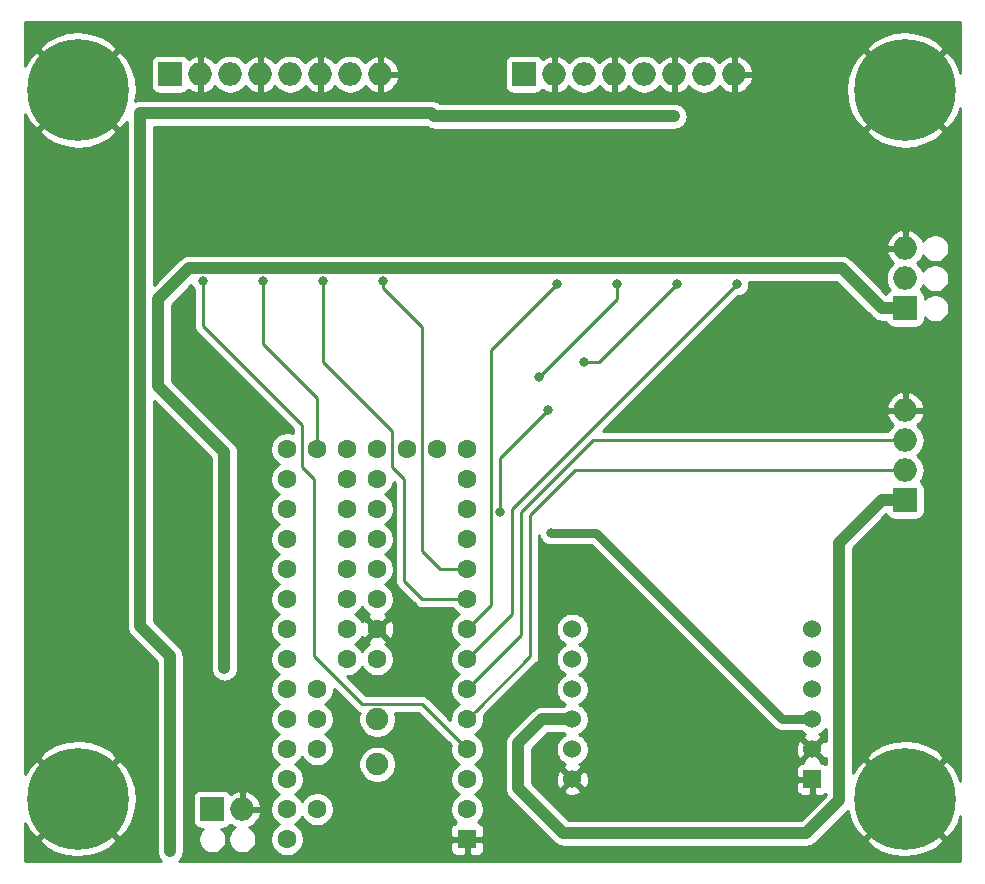
<source format=gbl>
G04 #@! TF.GenerationSoftware,KiCad,Pcbnew,(5.1.0)-1*
G04 #@! TF.CreationDate,2019-05-03T11:21:41+02:00*
G04 #@! TF.ProjectId,ArtNet_Node_WSLEDS,4172744e-6574-45f4-9e6f-64655f57534c,rev?*
G04 #@! TF.SameCoordinates,Original*
G04 #@! TF.FileFunction,Copper,L2,Bot*
G04 #@! TF.FilePolarity,Positive*
%FSLAX46Y46*%
G04 Gerber Fmt 4.6, Leading zero omitted, Abs format (unit mm)*
G04 Created by KiCad (PCBNEW (5.1.0)-1) date 2019-05-03 11:21:41*
%MOMM*%
%LPD*%
G04 APERTURE LIST*
%ADD10C,1.600000*%
%ADD11R,1.600000X1.600000*%
%ADD12C,1.900000*%
%ADD13R,1.998980X1.998980*%
%ADD14O,1.998980X1.998980*%
%ADD15R,1.524000X1.524000*%
%ADD16C,1.524000*%
%ADD17C,8.600000*%
%ADD18C,0.800000*%
%ADD19C,1.000000*%
%ADD20C,0.250000*%
%ADD21C,0.750000*%
%ADD22C,0.254000*%
G04 APERTURE END LIST*
D10*
X100330000Y-105410000D03*
X97790000Y-105410000D03*
X95250000Y-105410000D03*
X92710000Y-105410000D03*
X102870000Y-105410000D03*
X105410000Y-105410000D03*
X107950000Y-105410000D03*
X92710000Y-107950000D03*
X92710000Y-110490000D03*
X92710000Y-113030000D03*
X92710000Y-115570000D03*
X92710000Y-118110000D03*
X92710000Y-120650000D03*
X92710000Y-123190000D03*
X92710000Y-125730000D03*
X92710000Y-128270000D03*
X92710000Y-130810000D03*
X92710000Y-133350000D03*
X92710000Y-135890000D03*
X92710000Y-138430000D03*
X95250000Y-135890000D03*
X95250000Y-130810000D03*
X95250000Y-128270000D03*
X95250000Y-125730000D03*
X107950000Y-107950000D03*
X107950000Y-110490000D03*
X107950000Y-113030000D03*
X107950000Y-115570000D03*
X107950000Y-118110000D03*
X107950000Y-120650000D03*
X107950000Y-123190000D03*
X107950000Y-125730000D03*
X107950000Y-128270000D03*
X107950000Y-130810000D03*
X107950000Y-133350000D03*
X107950000Y-135890000D03*
D11*
X107950000Y-138430000D03*
D10*
X100330000Y-123190000D03*
X100330000Y-120650000D03*
X100330000Y-118110000D03*
X100330000Y-115570000D03*
X100330000Y-113030000D03*
X100330000Y-110490000D03*
X100330000Y-107950000D03*
X97790000Y-107950000D03*
X97790000Y-110490000D03*
X97790000Y-113030000D03*
X97790000Y-115570000D03*
X97790000Y-118110000D03*
X97790000Y-120650000D03*
X97790000Y-123190000D03*
D12*
X100330000Y-128270000D03*
X100330000Y-132080000D03*
D13*
X86360000Y-135890000D03*
D14*
X88900000Y-135890000D03*
X145034000Y-104648000D03*
X145034000Y-107188000D03*
D13*
X145034000Y-109728000D03*
D14*
X145034000Y-102108000D03*
X145034000Y-90932000D03*
D13*
X145034000Y-93472000D03*
D14*
X145034000Y-88392000D03*
X90424000Y-73660000D03*
D13*
X82804000Y-73660000D03*
D14*
X85344000Y-73660000D03*
X87884000Y-73660000D03*
X92964000Y-73660000D03*
X95504000Y-73660000D03*
X98044000Y-73660000D03*
X100584000Y-73660000D03*
X130556000Y-73660000D03*
X128016000Y-73660000D03*
X125476000Y-73660000D03*
X122936000Y-73660000D03*
X117856000Y-73660000D03*
X115316000Y-73660000D03*
D13*
X112776000Y-73660000D03*
D14*
X120396000Y-73660000D03*
D15*
X137160000Y-133350000D03*
D16*
X137160000Y-130810000D03*
X137160000Y-128270000D03*
X137160000Y-125730000D03*
X137160000Y-123190000D03*
X137160000Y-120650000D03*
X116840000Y-120650000D03*
X116840000Y-123190000D03*
X116840000Y-125730000D03*
X116840000Y-128270000D03*
X116840000Y-130810000D03*
X116840000Y-133350000D03*
D17*
X145000000Y-75000000D03*
X75000000Y-75000000D03*
X75000000Y-135000000D03*
X145000000Y-135000000D03*
D18*
X87390000Y-122922000D03*
X87390000Y-123938000D03*
X81788000Y-92710000D03*
X81788000Y-93726000D03*
X121158000Y-125476000D03*
X121158000Y-127254000D03*
X82804000Y-138430000D03*
X82804000Y-139446000D03*
X82804000Y-122936000D03*
X82804000Y-123952000D03*
X80264000Y-76962000D03*
X85344000Y-76962000D03*
X90424000Y-76962000D03*
X95504000Y-76962000D03*
X110236000Y-77216000D03*
X115316000Y-77216000D03*
X120396000Y-77216000D03*
X125476000Y-77216000D03*
X110744000Y-110744000D03*
X114808000Y-102108000D03*
X85598000Y-91186000D03*
X90678000Y-91186000D03*
X95758000Y-91186000D03*
X100838000Y-91186000D03*
X115570000Y-91440000D03*
X120650000Y-91440000D03*
X114046000Y-99314000D03*
X125730000Y-91440000D03*
X117856000Y-98044000D03*
X130810000Y-91440000D03*
X115062000Y-112522000D03*
D19*
X87390000Y-123938000D02*
X87390000Y-105678000D01*
X87390000Y-105678000D02*
X81788000Y-100076000D01*
X81788000Y-100076000D02*
X81788000Y-92710000D01*
X143034510Y-93472000D02*
X145034000Y-93472000D01*
X139648509Y-90085999D02*
X143034510Y-93472000D01*
X84412001Y-90085999D02*
X139648509Y-90085999D01*
X81788000Y-92710000D02*
X84412001Y-90085999D01*
X143034510Y-109728000D02*
X145034000Y-109728000D01*
X139446000Y-113316510D02*
X143034510Y-109728000D01*
X139446000Y-135128000D02*
X139446000Y-113316510D01*
X114300000Y-128270000D02*
X112268000Y-130302000D01*
X116840000Y-128270000D02*
X114300000Y-128270000D01*
X112268000Y-130302000D02*
X112268000Y-134112000D01*
X112268000Y-134112000D02*
X116078000Y-137922000D01*
X116078000Y-137922000D02*
X136652000Y-137922000D01*
X136652000Y-137922000D02*
X139446000Y-135128000D01*
X82804000Y-139446000D02*
X82804000Y-123952000D01*
X82804000Y-122936000D02*
X82804000Y-122936000D01*
X82804000Y-123952000D02*
X82804000Y-122936000D01*
X125476000Y-77216000D02*
X110236000Y-77216000D01*
X80264000Y-76962000D02*
X95504000Y-76962000D01*
X95504000Y-76962000D02*
X104902000Y-76962000D01*
X105156000Y-77216000D02*
X110236000Y-77216000D01*
X104902000Y-76962000D02*
X105156000Y-77216000D01*
X80264000Y-120396000D02*
X82804000Y-122936000D01*
X80264000Y-76962000D02*
X80264000Y-120396000D01*
D20*
X107950000Y-125730000D02*
X112522000Y-121158000D01*
X145034000Y-104648000D02*
X118618000Y-104648000D01*
X118618000Y-104648000D02*
X112522000Y-110744000D01*
X112522000Y-110744000D02*
X112522000Y-121158000D01*
X108749999Y-127470001D02*
X107950000Y-128270000D01*
X113284000Y-122936000D02*
X108749999Y-127470001D01*
X113284000Y-110998000D02*
X113284000Y-122936000D01*
X145034000Y-107188000D02*
X117094000Y-107188000D01*
X117094000Y-107188000D02*
X113284000Y-110998000D01*
X110744000Y-110744000D02*
X110744000Y-106172000D01*
X110744000Y-106172000D02*
X114808000Y-102108000D01*
X114808000Y-102108000D02*
X114808000Y-102108000D01*
X104134999Y-126994999D02*
X107150001Y-130010001D01*
X107150001Y-130010001D02*
X107950000Y-130810000D01*
X85598000Y-91186000D02*
X85598000Y-94996000D01*
X93980000Y-103378000D02*
X93980000Y-106934000D01*
X99054999Y-126994999D02*
X104134999Y-126994999D01*
X93980000Y-106934000D02*
X94996000Y-107950000D01*
X94996000Y-107950000D02*
X94996000Y-122936000D01*
X85598000Y-94996000D02*
X93980000Y-103378000D01*
X94996000Y-122936000D02*
X99054999Y-126994999D01*
X90678000Y-91186000D02*
X90678000Y-96520000D01*
X90678000Y-96520000D02*
X95250000Y-101092000D01*
X95250000Y-101092000D02*
X95250000Y-105410000D01*
X104140000Y-118110000D02*
X107950000Y-118110000D01*
X95758000Y-98044000D02*
X101600000Y-103886000D01*
X95758000Y-91186000D02*
X95758000Y-98044000D01*
X101600000Y-103886000D02*
X101600000Y-106934000D01*
X101600000Y-106934000D02*
X102616000Y-107950000D01*
X102616000Y-107950000D02*
X102616000Y-116586000D01*
X102616000Y-116586000D02*
X104140000Y-118110000D01*
X105664000Y-115570000D02*
X107950000Y-115570000D01*
X104140000Y-114046000D02*
X105664000Y-115570000D01*
X104140000Y-95053685D02*
X104140000Y-114046000D01*
X100838000Y-91186000D02*
X100838000Y-91751685D01*
X100838000Y-91751685D02*
X104140000Y-95053685D01*
X107950000Y-120650000D02*
X109982000Y-118618000D01*
X109982000Y-97028000D02*
X115570000Y-91440000D01*
X109982000Y-118618000D02*
X109982000Y-97028000D01*
X120650000Y-92710000D02*
X114046000Y-99314000D01*
X120650000Y-91440000D02*
X120650000Y-92710000D01*
X119126000Y-98044000D02*
X117856000Y-98044000D01*
X125730000Y-91440000D02*
X119126000Y-98044000D01*
X130810000Y-91440000D02*
X111760000Y-110490000D01*
X111760000Y-119380000D02*
X111760000Y-110490000D01*
X107950000Y-123190000D02*
X111760000Y-119380000D01*
D21*
X115062000Y-112522000D02*
X118872000Y-112522000D01*
X118872000Y-112522000D02*
X134620000Y-128270000D01*
X134620000Y-128270000D02*
X137160000Y-128270000D01*
D22*
G36*
X149708000Y-73515527D02*
G01*
X149606893Y-73165062D01*
X149160394Y-72301560D01*
X149085149Y-72188946D01*
X148482818Y-71696787D01*
X145179605Y-75000000D01*
X148482818Y-78303213D01*
X149085149Y-77811054D01*
X149555063Y-76960067D01*
X149708000Y-76479621D01*
X149708001Y-133515530D01*
X149606893Y-133165062D01*
X149160394Y-132301560D01*
X149085149Y-132188946D01*
X148482818Y-131696787D01*
X145179605Y-135000000D01*
X148482818Y-138303213D01*
X149085149Y-137811054D01*
X149555063Y-136960067D01*
X149708001Y-136479618D01*
X149708001Y-140310000D01*
X83540323Y-140310000D01*
X83610449Y-140252449D01*
X83752284Y-140079623D01*
X83857676Y-139882447D01*
X83922577Y-139668499D01*
X83939000Y-139501752D01*
X83939000Y-134890510D01*
X84722438Y-134890510D01*
X84722438Y-136889490D01*
X84734698Y-137013972D01*
X84771008Y-137133670D01*
X84829973Y-137243984D01*
X84909325Y-137340675D01*
X85006016Y-137420027D01*
X85116330Y-137478992D01*
X85236028Y-137515302D01*
X85360510Y-137527562D01*
X85586594Y-137527562D01*
X85439550Y-137674606D01*
X85309866Y-137868692D01*
X85220539Y-138084348D01*
X85175000Y-138313288D01*
X85175000Y-138546712D01*
X85220539Y-138775652D01*
X85309866Y-138991308D01*
X85439550Y-139185394D01*
X85604606Y-139350450D01*
X85798692Y-139480134D01*
X86014348Y-139569461D01*
X86243288Y-139615000D01*
X86476712Y-139615000D01*
X86705652Y-139569461D01*
X86921308Y-139480134D01*
X87115394Y-139350450D01*
X87280450Y-139185394D01*
X87410134Y-138991308D01*
X87499461Y-138775652D01*
X87545000Y-138546712D01*
X87545000Y-138313288D01*
X87499461Y-138084348D01*
X87410134Y-137868692D01*
X87280450Y-137674606D01*
X87133406Y-137527562D01*
X87359490Y-137527562D01*
X87483972Y-137515302D01*
X87603670Y-137478992D01*
X87713984Y-137420027D01*
X87810675Y-137340675D01*
X87890027Y-137243984D01*
X87917402Y-137192770D01*
X87940275Y-137213064D01*
X88216833Y-137374875D01*
X88302046Y-137404352D01*
X88144606Y-137509550D01*
X87979550Y-137674606D01*
X87849866Y-137868692D01*
X87760539Y-138084348D01*
X87715000Y-138313288D01*
X87715000Y-138546712D01*
X87760539Y-138775652D01*
X87849866Y-138991308D01*
X87979550Y-139185394D01*
X88144606Y-139350450D01*
X88338692Y-139480134D01*
X88554348Y-139569461D01*
X88783288Y-139615000D01*
X89016712Y-139615000D01*
X89245652Y-139569461D01*
X89461308Y-139480134D01*
X89655394Y-139350450D01*
X89820450Y-139185394D01*
X89950134Y-138991308D01*
X90039461Y-138775652D01*
X90085000Y-138546712D01*
X90085000Y-138313288D01*
X90039461Y-138084348D01*
X89950134Y-137868692D01*
X89820450Y-137674606D01*
X89655394Y-137509550D01*
X89497954Y-137404352D01*
X89583167Y-137374875D01*
X89859725Y-137213064D01*
X90099401Y-137000409D01*
X90292985Y-136745081D01*
X90433037Y-136456893D01*
X90489619Y-136270354D01*
X90370265Y-136017000D01*
X89027000Y-136017000D01*
X89027000Y-136037000D01*
X88773000Y-136037000D01*
X88773000Y-136017000D01*
X88753000Y-136017000D01*
X88753000Y-135763000D01*
X88773000Y-135763000D01*
X88773000Y-134419197D01*
X89027000Y-134419197D01*
X89027000Y-135763000D01*
X90370265Y-135763000D01*
X90489619Y-135509646D01*
X90433037Y-135323107D01*
X90292985Y-135034919D01*
X90099401Y-134779591D01*
X89859725Y-134566936D01*
X89583167Y-134405125D01*
X89280355Y-134300377D01*
X89027000Y-134419197D01*
X88773000Y-134419197D01*
X88519645Y-134300377D01*
X88216833Y-134405125D01*
X87940275Y-134566936D01*
X87917402Y-134587230D01*
X87890027Y-134536016D01*
X87810675Y-134439325D01*
X87713984Y-134359973D01*
X87603670Y-134301008D01*
X87483972Y-134264698D01*
X87359490Y-134252438D01*
X85360510Y-134252438D01*
X85236028Y-134264698D01*
X85116330Y-134301008D01*
X85006016Y-134359973D01*
X84909325Y-134439325D01*
X84829973Y-134536016D01*
X84771008Y-134646330D01*
X84734698Y-134766028D01*
X84722438Y-134890510D01*
X83939000Y-134890510D01*
X83939000Y-122991752D01*
X83944491Y-122936000D01*
X83922577Y-122713501D01*
X83857676Y-122499553D01*
X83752284Y-122302377D01*
X83610449Y-122129551D01*
X83567141Y-122094009D01*
X81399000Y-119925869D01*
X81399000Y-101292131D01*
X86255001Y-106148133D01*
X86255000Y-123993751D01*
X86271423Y-124160498D01*
X86336324Y-124374446D01*
X86441716Y-124571623D01*
X86583551Y-124744449D01*
X86756377Y-124886284D01*
X86953553Y-124991676D01*
X87167501Y-125056577D01*
X87390000Y-125078491D01*
X87612498Y-125056577D01*
X87826446Y-124991676D01*
X88023623Y-124886284D01*
X88196449Y-124744449D01*
X88338284Y-124571623D01*
X88443676Y-124374447D01*
X88508577Y-124160499D01*
X88525000Y-123993752D01*
X88525000Y-105733741D01*
X88530490Y-105677999D01*
X88525000Y-105622257D01*
X88525000Y-105622248D01*
X88508577Y-105455501D01*
X88443676Y-105241553D01*
X88338284Y-105044377D01*
X88196449Y-104871551D01*
X88153141Y-104836009D01*
X82923000Y-99605869D01*
X82923000Y-93180131D01*
X84606423Y-91496708D01*
X84680795Y-91676256D01*
X84794063Y-91845774D01*
X84838000Y-91889711D01*
X84838001Y-94958668D01*
X84834324Y-94996000D01*
X84838001Y-95033333D01*
X84844302Y-95097302D01*
X84848998Y-95144985D01*
X84892454Y-95288246D01*
X84963026Y-95420276D01*
X85010367Y-95477960D01*
X85058000Y-95536001D01*
X85086998Y-95559799D01*
X93220000Y-103692802D01*
X93220000Y-104068017D01*
X93128574Y-104030147D01*
X92851335Y-103975000D01*
X92568665Y-103975000D01*
X92291426Y-104030147D01*
X92030273Y-104138320D01*
X91795241Y-104295363D01*
X91595363Y-104495241D01*
X91438320Y-104730273D01*
X91330147Y-104991426D01*
X91275000Y-105268665D01*
X91275000Y-105551335D01*
X91330147Y-105828574D01*
X91438320Y-106089727D01*
X91595363Y-106324759D01*
X91795241Y-106524637D01*
X92027759Y-106680000D01*
X91795241Y-106835363D01*
X91595363Y-107035241D01*
X91438320Y-107270273D01*
X91330147Y-107531426D01*
X91275000Y-107808665D01*
X91275000Y-108091335D01*
X91330147Y-108368574D01*
X91438320Y-108629727D01*
X91595363Y-108864759D01*
X91795241Y-109064637D01*
X92027759Y-109220000D01*
X91795241Y-109375363D01*
X91595363Y-109575241D01*
X91438320Y-109810273D01*
X91330147Y-110071426D01*
X91275000Y-110348665D01*
X91275000Y-110631335D01*
X91330147Y-110908574D01*
X91438320Y-111169727D01*
X91595363Y-111404759D01*
X91795241Y-111604637D01*
X92027759Y-111760000D01*
X91795241Y-111915363D01*
X91595363Y-112115241D01*
X91438320Y-112350273D01*
X91330147Y-112611426D01*
X91275000Y-112888665D01*
X91275000Y-113171335D01*
X91330147Y-113448574D01*
X91438320Y-113709727D01*
X91595363Y-113944759D01*
X91795241Y-114144637D01*
X92027759Y-114300000D01*
X91795241Y-114455363D01*
X91595363Y-114655241D01*
X91438320Y-114890273D01*
X91330147Y-115151426D01*
X91275000Y-115428665D01*
X91275000Y-115711335D01*
X91330147Y-115988574D01*
X91438320Y-116249727D01*
X91595363Y-116484759D01*
X91795241Y-116684637D01*
X92027759Y-116840000D01*
X91795241Y-116995363D01*
X91595363Y-117195241D01*
X91438320Y-117430273D01*
X91330147Y-117691426D01*
X91275000Y-117968665D01*
X91275000Y-118251335D01*
X91330147Y-118528574D01*
X91438320Y-118789727D01*
X91595363Y-119024759D01*
X91795241Y-119224637D01*
X92027759Y-119380000D01*
X91795241Y-119535363D01*
X91595363Y-119735241D01*
X91438320Y-119970273D01*
X91330147Y-120231426D01*
X91275000Y-120508665D01*
X91275000Y-120791335D01*
X91330147Y-121068574D01*
X91438320Y-121329727D01*
X91595363Y-121564759D01*
X91795241Y-121764637D01*
X92027759Y-121920000D01*
X91795241Y-122075363D01*
X91595363Y-122275241D01*
X91438320Y-122510273D01*
X91330147Y-122771426D01*
X91275000Y-123048665D01*
X91275000Y-123331335D01*
X91330147Y-123608574D01*
X91438320Y-123869727D01*
X91595363Y-124104759D01*
X91795241Y-124304637D01*
X92027759Y-124460000D01*
X91795241Y-124615363D01*
X91595363Y-124815241D01*
X91438320Y-125050273D01*
X91330147Y-125311426D01*
X91275000Y-125588665D01*
X91275000Y-125871335D01*
X91330147Y-126148574D01*
X91438320Y-126409727D01*
X91595363Y-126644759D01*
X91795241Y-126844637D01*
X92027759Y-127000000D01*
X91795241Y-127155363D01*
X91595363Y-127355241D01*
X91438320Y-127590273D01*
X91330147Y-127851426D01*
X91275000Y-128128665D01*
X91275000Y-128411335D01*
X91330147Y-128688574D01*
X91438320Y-128949727D01*
X91595363Y-129184759D01*
X91795241Y-129384637D01*
X92027759Y-129540000D01*
X91795241Y-129695363D01*
X91595363Y-129895241D01*
X91438320Y-130130273D01*
X91330147Y-130391426D01*
X91275000Y-130668665D01*
X91275000Y-130951335D01*
X91330147Y-131228574D01*
X91438320Y-131489727D01*
X91595363Y-131724759D01*
X91795241Y-131924637D01*
X92027759Y-132080000D01*
X91795241Y-132235363D01*
X91595363Y-132435241D01*
X91438320Y-132670273D01*
X91330147Y-132931426D01*
X91275000Y-133208665D01*
X91275000Y-133491335D01*
X91330147Y-133768574D01*
X91438320Y-134029727D01*
X91595363Y-134264759D01*
X91795241Y-134464637D01*
X92027759Y-134620000D01*
X91795241Y-134775363D01*
X91595363Y-134975241D01*
X91438320Y-135210273D01*
X91330147Y-135471426D01*
X91275000Y-135748665D01*
X91275000Y-136031335D01*
X91330147Y-136308574D01*
X91438320Y-136569727D01*
X91595363Y-136804759D01*
X91795241Y-137004637D01*
X92027759Y-137160000D01*
X91795241Y-137315363D01*
X91595363Y-137515241D01*
X91438320Y-137750273D01*
X91330147Y-138011426D01*
X91275000Y-138288665D01*
X91275000Y-138571335D01*
X91330147Y-138848574D01*
X91438320Y-139109727D01*
X91595363Y-139344759D01*
X91795241Y-139544637D01*
X92030273Y-139701680D01*
X92291426Y-139809853D01*
X92568665Y-139865000D01*
X92851335Y-139865000D01*
X93128574Y-139809853D01*
X93389727Y-139701680D01*
X93624759Y-139544637D01*
X93824637Y-139344759D01*
X93901316Y-139230000D01*
X106511928Y-139230000D01*
X106524188Y-139354482D01*
X106560498Y-139474180D01*
X106619463Y-139584494D01*
X106698815Y-139681185D01*
X106795506Y-139760537D01*
X106905820Y-139819502D01*
X107025518Y-139855812D01*
X107150000Y-139868072D01*
X107664250Y-139865000D01*
X107823000Y-139706250D01*
X107823000Y-138557000D01*
X108077000Y-138557000D01*
X108077000Y-139706250D01*
X108235750Y-139865000D01*
X108750000Y-139868072D01*
X108874482Y-139855812D01*
X108994180Y-139819502D01*
X109104494Y-139760537D01*
X109201185Y-139681185D01*
X109280537Y-139584494D01*
X109339502Y-139474180D01*
X109375812Y-139354482D01*
X109388072Y-139230000D01*
X109385000Y-138715750D01*
X109226250Y-138557000D01*
X108077000Y-138557000D01*
X107823000Y-138557000D01*
X106673750Y-138557000D01*
X106515000Y-138715750D01*
X106511928Y-139230000D01*
X93901316Y-139230000D01*
X93981680Y-139109727D01*
X94089853Y-138848574D01*
X94145000Y-138571335D01*
X94145000Y-138288665D01*
X94089853Y-138011426D01*
X93981680Y-137750273D01*
X93824637Y-137515241D01*
X93624759Y-137315363D01*
X93392241Y-137160000D01*
X93624759Y-137004637D01*
X93824637Y-136804759D01*
X93980000Y-136572241D01*
X94135363Y-136804759D01*
X94335241Y-137004637D01*
X94570273Y-137161680D01*
X94831426Y-137269853D01*
X95108665Y-137325000D01*
X95391335Y-137325000D01*
X95668574Y-137269853D01*
X95929727Y-137161680D01*
X96164759Y-137004637D01*
X96364637Y-136804759D01*
X96521680Y-136569727D01*
X96629853Y-136308574D01*
X96685000Y-136031335D01*
X96685000Y-135748665D01*
X96629853Y-135471426D01*
X96521680Y-135210273D01*
X96364637Y-134975241D01*
X96164759Y-134775363D01*
X95929727Y-134618320D01*
X95668574Y-134510147D01*
X95391335Y-134455000D01*
X95108665Y-134455000D01*
X94831426Y-134510147D01*
X94570273Y-134618320D01*
X94335241Y-134775363D01*
X94135363Y-134975241D01*
X93980000Y-135207759D01*
X93824637Y-134975241D01*
X93624759Y-134775363D01*
X93392241Y-134620000D01*
X93624759Y-134464637D01*
X93824637Y-134264759D01*
X93981680Y-134029727D01*
X94089853Y-133768574D01*
X94145000Y-133491335D01*
X94145000Y-133208665D01*
X94089853Y-132931426D01*
X93981680Y-132670273D01*
X93824637Y-132435241D01*
X93624759Y-132235363D01*
X93392241Y-132080000D01*
X93624759Y-131924637D01*
X93824637Y-131724759D01*
X93980000Y-131492241D01*
X94135363Y-131724759D01*
X94335241Y-131924637D01*
X94570273Y-132081680D01*
X94831426Y-132189853D01*
X95108665Y-132245000D01*
X95391335Y-132245000D01*
X95668574Y-132189853D01*
X95929727Y-132081680D01*
X96164759Y-131924637D01*
X96165505Y-131923891D01*
X98745000Y-131923891D01*
X98745000Y-132236109D01*
X98805911Y-132542327D01*
X98925391Y-132830779D01*
X99098850Y-133090379D01*
X99319621Y-133311150D01*
X99579221Y-133484609D01*
X99867673Y-133604089D01*
X100173891Y-133665000D01*
X100486109Y-133665000D01*
X100792327Y-133604089D01*
X101080779Y-133484609D01*
X101340379Y-133311150D01*
X101561150Y-133090379D01*
X101734609Y-132830779D01*
X101854089Y-132542327D01*
X101915000Y-132236109D01*
X101915000Y-131923891D01*
X101854089Y-131617673D01*
X101734609Y-131329221D01*
X101561150Y-131069621D01*
X101340379Y-130848850D01*
X101080779Y-130675391D01*
X100792327Y-130555911D01*
X100486109Y-130495000D01*
X100173891Y-130495000D01*
X99867673Y-130555911D01*
X99579221Y-130675391D01*
X99319621Y-130848850D01*
X99098850Y-131069621D01*
X98925391Y-131329221D01*
X98805911Y-131617673D01*
X98745000Y-131923891D01*
X96165505Y-131923891D01*
X96364637Y-131724759D01*
X96521680Y-131489727D01*
X96629853Y-131228574D01*
X96685000Y-130951335D01*
X96685000Y-130668665D01*
X96629853Y-130391426D01*
X96521680Y-130130273D01*
X96364637Y-129895241D01*
X96164759Y-129695363D01*
X95932241Y-129540000D01*
X96164759Y-129384637D01*
X96364637Y-129184759D01*
X96521680Y-128949727D01*
X96629853Y-128688574D01*
X96685000Y-128411335D01*
X96685000Y-128128665D01*
X96629853Y-127851426D01*
X96521680Y-127590273D01*
X96364637Y-127355241D01*
X96164759Y-127155363D01*
X95932241Y-127000000D01*
X96164759Y-126844637D01*
X96364637Y-126644759D01*
X96521680Y-126409727D01*
X96629853Y-126148574D01*
X96685000Y-125871335D01*
X96685000Y-125699802D01*
X98491204Y-127506007D01*
X98514998Y-127535000D01*
X98543991Y-127558794D01*
X98543995Y-127558798D01*
X98582348Y-127590273D01*
X98630723Y-127629973D01*
X98762752Y-127700545D01*
X98840514Y-127724133D01*
X98805911Y-127807673D01*
X98745000Y-128113891D01*
X98745000Y-128426109D01*
X98805911Y-128732327D01*
X98925391Y-129020779D01*
X99098850Y-129280379D01*
X99319621Y-129501150D01*
X99579221Y-129674609D01*
X99867673Y-129794089D01*
X100173891Y-129855000D01*
X100486109Y-129855000D01*
X100792327Y-129794089D01*
X101080779Y-129674609D01*
X101340379Y-129501150D01*
X101561150Y-129280379D01*
X101734609Y-129020779D01*
X101854089Y-128732327D01*
X101915000Y-128426109D01*
X101915000Y-128113891D01*
X101854089Y-127807673D01*
X101832271Y-127754999D01*
X103820198Y-127754999D01*
X106551312Y-130486114D01*
X106515000Y-130668665D01*
X106515000Y-130951335D01*
X106570147Y-131228574D01*
X106678320Y-131489727D01*
X106835363Y-131724759D01*
X107035241Y-131924637D01*
X107267759Y-132080000D01*
X107035241Y-132235363D01*
X106835363Y-132435241D01*
X106678320Y-132670273D01*
X106570147Y-132931426D01*
X106515000Y-133208665D01*
X106515000Y-133491335D01*
X106570147Y-133768574D01*
X106678320Y-134029727D01*
X106835363Y-134264759D01*
X107035241Y-134464637D01*
X107267759Y-134620000D01*
X107035241Y-134775363D01*
X106835363Y-134975241D01*
X106678320Y-135210273D01*
X106570147Y-135471426D01*
X106515000Y-135748665D01*
X106515000Y-136031335D01*
X106570147Y-136308574D01*
X106678320Y-136569727D01*
X106835363Y-136804759D01*
X107033961Y-137003357D01*
X107025518Y-137004188D01*
X106905820Y-137040498D01*
X106795506Y-137099463D01*
X106698815Y-137178815D01*
X106619463Y-137275506D01*
X106560498Y-137385820D01*
X106524188Y-137505518D01*
X106511928Y-137630000D01*
X106515000Y-138144250D01*
X106673750Y-138303000D01*
X107823000Y-138303000D01*
X107823000Y-138283000D01*
X108077000Y-138283000D01*
X108077000Y-138303000D01*
X109226250Y-138303000D01*
X109385000Y-138144250D01*
X109388072Y-137630000D01*
X109375812Y-137505518D01*
X109339502Y-137385820D01*
X109280537Y-137275506D01*
X109201185Y-137178815D01*
X109104494Y-137099463D01*
X108994180Y-137040498D01*
X108874482Y-137004188D01*
X108866039Y-137003357D01*
X109064637Y-136804759D01*
X109221680Y-136569727D01*
X109329853Y-136308574D01*
X109385000Y-136031335D01*
X109385000Y-135748665D01*
X109329853Y-135471426D01*
X109221680Y-135210273D01*
X109064637Y-134975241D01*
X108864759Y-134775363D01*
X108632241Y-134620000D01*
X108864759Y-134464637D01*
X109064637Y-134264759D01*
X109221680Y-134029727D01*
X109329853Y-133768574D01*
X109385000Y-133491335D01*
X109385000Y-133208665D01*
X109329853Y-132931426D01*
X109221680Y-132670273D01*
X109064637Y-132435241D01*
X108864759Y-132235363D01*
X108632241Y-132080000D01*
X108864759Y-131924637D01*
X109064637Y-131724759D01*
X109221680Y-131489727D01*
X109329853Y-131228574D01*
X109385000Y-130951335D01*
X109385000Y-130668665D01*
X109329853Y-130391426D01*
X109221680Y-130130273D01*
X109064637Y-129895241D01*
X108864759Y-129695363D01*
X108632241Y-129540000D01*
X108864759Y-129384637D01*
X109064637Y-129184759D01*
X109221680Y-128949727D01*
X109329853Y-128688574D01*
X109385000Y-128411335D01*
X109385000Y-128128665D01*
X109348688Y-127946113D01*
X113795003Y-123499799D01*
X113824001Y-123476001D01*
X113918974Y-123360276D01*
X113989546Y-123228247D01*
X114033003Y-123084986D01*
X114044000Y-122973333D01*
X114044000Y-122973325D01*
X114047676Y-122936000D01*
X114044000Y-122898675D01*
X114044000Y-112709404D01*
X114066774Y-112823898D01*
X114144795Y-113012256D01*
X114258063Y-113181774D01*
X114402226Y-113325937D01*
X114571744Y-113439205D01*
X114760102Y-113517226D01*
X114960061Y-113557000D01*
X115163939Y-113557000D01*
X115289623Y-113532000D01*
X118453645Y-113532000D01*
X133870739Y-128949094D01*
X133902367Y-128987633D01*
X134056160Y-129113847D01*
X134231620Y-129207632D01*
X134422006Y-129265385D01*
X134570392Y-129280000D01*
X134570394Y-129280000D01*
X134619999Y-129284886D01*
X134669604Y-129280000D01*
X136194345Y-129280000D01*
X136269465Y-129355120D01*
X136498273Y-129508005D01*
X136569943Y-129537692D01*
X136556977Y-129542364D01*
X136441020Y-129604344D01*
X136374040Y-129844435D01*
X137160000Y-130630395D01*
X137945960Y-129844435D01*
X137878980Y-129604344D01*
X137743240Y-129540515D01*
X137821727Y-129508005D01*
X138050535Y-129355120D01*
X138245120Y-129160535D01*
X138311000Y-129061938D01*
X138311000Y-130075772D01*
X138125565Y-130024040D01*
X137339605Y-130810000D01*
X138125565Y-131595960D01*
X138311000Y-131544228D01*
X138311000Y-132085781D01*
X138276494Y-132057463D01*
X138166180Y-131998498D01*
X138046482Y-131962188D01*
X137922000Y-131949928D01*
X137897272Y-131950088D01*
X137945960Y-131775565D01*
X137160000Y-130989605D01*
X136374040Y-131775565D01*
X136422728Y-131950088D01*
X136398000Y-131949928D01*
X136273518Y-131962188D01*
X136153820Y-131998498D01*
X136043506Y-132057463D01*
X135946815Y-132136815D01*
X135867463Y-132233506D01*
X135808498Y-132343820D01*
X135772188Y-132463518D01*
X135759928Y-132588000D01*
X135763000Y-133064250D01*
X135921750Y-133223000D01*
X137033000Y-133223000D01*
X137033000Y-133203000D01*
X137287000Y-133203000D01*
X137287000Y-133223000D01*
X137307000Y-133223000D01*
X137307000Y-133477000D01*
X137287000Y-133477000D01*
X137287000Y-134588250D01*
X137445750Y-134747000D01*
X137922000Y-134750072D01*
X138046482Y-134737812D01*
X138166180Y-134701502D01*
X138276494Y-134642537D01*
X138311000Y-134614219D01*
X138311000Y-134657867D01*
X136181869Y-136787000D01*
X116548133Y-136787000D01*
X114076697Y-134315565D01*
X116054040Y-134315565D01*
X116121020Y-134555656D01*
X116370048Y-134672756D01*
X116637135Y-134739023D01*
X116912017Y-134751910D01*
X117184133Y-134710922D01*
X117443023Y-134617636D01*
X117558980Y-134555656D01*
X117625960Y-134315565D01*
X116840000Y-133529605D01*
X116054040Y-134315565D01*
X114076697Y-134315565D01*
X113403000Y-133641869D01*
X113403000Y-133422017D01*
X115438090Y-133422017D01*
X115479078Y-133694133D01*
X115572364Y-133953023D01*
X115634344Y-134068980D01*
X115874435Y-134135960D01*
X116660395Y-133350000D01*
X117019605Y-133350000D01*
X117805565Y-134135960D01*
X117891450Y-134112000D01*
X135759928Y-134112000D01*
X135772188Y-134236482D01*
X135808498Y-134356180D01*
X135867463Y-134466494D01*
X135946815Y-134563185D01*
X136043506Y-134642537D01*
X136153820Y-134701502D01*
X136273518Y-134737812D01*
X136398000Y-134750072D01*
X136874250Y-134747000D01*
X137033000Y-134588250D01*
X137033000Y-133477000D01*
X135921750Y-133477000D01*
X135763000Y-133635750D01*
X135759928Y-134112000D01*
X117891450Y-134112000D01*
X118045656Y-134068980D01*
X118162756Y-133819952D01*
X118229023Y-133552865D01*
X118241910Y-133277983D01*
X118200922Y-133005867D01*
X118107636Y-132746977D01*
X118045656Y-132631020D01*
X117805565Y-132564040D01*
X117019605Y-133350000D01*
X116660395Y-133350000D01*
X115874435Y-132564040D01*
X115634344Y-132631020D01*
X115517244Y-132880048D01*
X115450977Y-133147135D01*
X115438090Y-133422017D01*
X113403000Y-133422017D01*
X113403000Y-130772131D01*
X114770132Y-129405000D01*
X116024116Y-129405000D01*
X116178273Y-129508005D01*
X116255515Y-129540000D01*
X116178273Y-129571995D01*
X115949465Y-129724880D01*
X115754880Y-129919465D01*
X115601995Y-130148273D01*
X115496686Y-130402510D01*
X115443000Y-130672408D01*
X115443000Y-130947592D01*
X115496686Y-131217490D01*
X115601995Y-131471727D01*
X115754880Y-131700535D01*
X115949465Y-131895120D01*
X116178273Y-132048005D01*
X116249943Y-132077692D01*
X116236977Y-132082364D01*
X116121020Y-132144344D01*
X116054040Y-132384435D01*
X116840000Y-133170395D01*
X117625960Y-132384435D01*
X117558980Y-132144344D01*
X117423240Y-132080515D01*
X117501727Y-132048005D01*
X117730535Y-131895120D01*
X117925120Y-131700535D01*
X118078005Y-131471727D01*
X118183314Y-131217490D01*
X118237000Y-130947592D01*
X118237000Y-130882017D01*
X135758090Y-130882017D01*
X135799078Y-131154133D01*
X135892364Y-131413023D01*
X135954344Y-131528980D01*
X136194435Y-131595960D01*
X136980395Y-130810000D01*
X136194435Y-130024040D01*
X135954344Y-130091020D01*
X135837244Y-130340048D01*
X135770977Y-130607135D01*
X135758090Y-130882017D01*
X118237000Y-130882017D01*
X118237000Y-130672408D01*
X118183314Y-130402510D01*
X118078005Y-130148273D01*
X117925120Y-129919465D01*
X117730535Y-129724880D01*
X117501727Y-129571995D01*
X117424485Y-129540000D01*
X117501727Y-129508005D01*
X117730535Y-129355120D01*
X117925120Y-129160535D01*
X118078005Y-128931727D01*
X118183314Y-128677490D01*
X118237000Y-128407592D01*
X118237000Y-128132408D01*
X118183314Y-127862510D01*
X118078005Y-127608273D01*
X117925120Y-127379465D01*
X117730535Y-127184880D01*
X117501727Y-127031995D01*
X117424485Y-127000000D01*
X117501727Y-126968005D01*
X117730535Y-126815120D01*
X117925120Y-126620535D01*
X118078005Y-126391727D01*
X118183314Y-126137490D01*
X118237000Y-125867592D01*
X118237000Y-125592408D01*
X118183314Y-125322510D01*
X118078005Y-125068273D01*
X117925120Y-124839465D01*
X117730535Y-124644880D01*
X117501727Y-124491995D01*
X117424485Y-124460000D01*
X117501727Y-124428005D01*
X117730535Y-124275120D01*
X117925120Y-124080535D01*
X118078005Y-123851727D01*
X118183314Y-123597490D01*
X118237000Y-123327592D01*
X118237000Y-123052408D01*
X118183314Y-122782510D01*
X118078005Y-122528273D01*
X117925120Y-122299465D01*
X117730535Y-122104880D01*
X117501727Y-121951995D01*
X117424485Y-121920000D01*
X117501727Y-121888005D01*
X117730535Y-121735120D01*
X117925120Y-121540535D01*
X118078005Y-121311727D01*
X118183314Y-121057490D01*
X118237000Y-120787592D01*
X118237000Y-120512408D01*
X118183314Y-120242510D01*
X118078005Y-119988273D01*
X117925120Y-119759465D01*
X117730535Y-119564880D01*
X117501727Y-119411995D01*
X117247490Y-119306686D01*
X116977592Y-119253000D01*
X116702408Y-119253000D01*
X116432510Y-119306686D01*
X116178273Y-119411995D01*
X115949465Y-119564880D01*
X115754880Y-119759465D01*
X115601995Y-119988273D01*
X115496686Y-120242510D01*
X115443000Y-120512408D01*
X115443000Y-120787592D01*
X115496686Y-121057490D01*
X115601995Y-121311727D01*
X115754880Y-121540535D01*
X115949465Y-121735120D01*
X116178273Y-121888005D01*
X116255515Y-121920000D01*
X116178273Y-121951995D01*
X115949465Y-122104880D01*
X115754880Y-122299465D01*
X115601995Y-122528273D01*
X115496686Y-122782510D01*
X115443000Y-123052408D01*
X115443000Y-123327592D01*
X115496686Y-123597490D01*
X115601995Y-123851727D01*
X115754880Y-124080535D01*
X115949465Y-124275120D01*
X116178273Y-124428005D01*
X116255515Y-124460000D01*
X116178273Y-124491995D01*
X115949465Y-124644880D01*
X115754880Y-124839465D01*
X115601995Y-125068273D01*
X115496686Y-125322510D01*
X115443000Y-125592408D01*
X115443000Y-125867592D01*
X115496686Y-126137490D01*
X115601995Y-126391727D01*
X115754880Y-126620535D01*
X115949465Y-126815120D01*
X116178273Y-126968005D01*
X116255515Y-127000000D01*
X116178273Y-127031995D01*
X116024116Y-127135000D01*
X114355751Y-127135000D01*
X114300000Y-127129509D01*
X114244248Y-127135000D01*
X114077501Y-127151423D01*
X113863553Y-127216324D01*
X113666377Y-127321716D01*
X113493551Y-127463551D01*
X113458009Y-127506859D01*
X111504865Y-129460004D01*
X111461551Y-129495551D01*
X111319716Y-129668377D01*
X111225612Y-129844435D01*
X111214324Y-129865554D01*
X111149423Y-130079502D01*
X111127509Y-130302000D01*
X111133000Y-130357752D01*
X111133001Y-134056239D01*
X111127509Y-134112000D01*
X111149423Y-134334498D01*
X111214324Y-134548446D01*
X111263384Y-134640230D01*
X111319717Y-134745623D01*
X111461552Y-134918449D01*
X111504860Y-134953991D01*
X115236013Y-138685146D01*
X115271551Y-138728449D01*
X115314854Y-138763987D01*
X115314856Y-138763989D01*
X115444377Y-138870284D01*
X115641553Y-138975676D01*
X115855501Y-139040577D01*
X116078000Y-139062491D01*
X116133752Y-139057000D01*
X136596249Y-139057000D01*
X136652000Y-139062491D01*
X136707751Y-139057000D01*
X136707752Y-139057000D01*
X136874499Y-139040577D01*
X137088447Y-138975676D01*
X137285623Y-138870284D01*
X137458449Y-138728449D01*
X137493996Y-138685135D01*
X137696313Y-138482818D01*
X141696787Y-138482818D01*
X142188946Y-139085149D01*
X143039933Y-139555063D01*
X143966243Y-139849929D01*
X144932281Y-139958414D01*
X145900921Y-139876351D01*
X146834938Y-139606893D01*
X147698440Y-139160394D01*
X147811054Y-139085149D01*
X148303213Y-138482818D01*
X145000000Y-135179605D01*
X141696787Y-138482818D01*
X137696313Y-138482818D01*
X140158256Y-136020877D01*
X140393107Y-136834938D01*
X140839606Y-137698440D01*
X140914851Y-137811054D01*
X141517182Y-138303213D01*
X144820395Y-135000000D01*
X141517182Y-131696787D01*
X140914851Y-132188946D01*
X140581000Y-132793531D01*
X140581000Y-131517182D01*
X141696787Y-131517182D01*
X145000000Y-134820395D01*
X148303213Y-131517182D01*
X147811054Y-130914851D01*
X146960067Y-130444937D01*
X146033757Y-130150071D01*
X145067719Y-130041586D01*
X144099079Y-130123649D01*
X143165062Y-130393107D01*
X142301560Y-130839606D01*
X142188946Y-130914851D01*
X141696787Y-131517182D01*
X140581000Y-131517182D01*
X140581000Y-113786641D01*
X143433595Y-110934047D01*
X143445008Y-110971670D01*
X143503973Y-111081984D01*
X143583325Y-111178675D01*
X143680016Y-111258027D01*
X143790330Y-111316992D01*
X143910028Y-111353302D01*
X144034510Y-111365562D01*
X146033490Y-111365562D01*
X146157972Y-111353302D01*
X146277670Y-111316992D01*
X146387984Y-111258027D01*
X146484675Y-111178675D01*
X146564027Y-111081984D01*
X146622992Y-110971670D01*
X146659302Y-110851972D01*
X146671562Y-110727490D01*
X146671562Y-108728510D01*
X146659302Y-108604028D01*
X146622992Y-108484330D01*
X146564027Y-108374016D01*
X146484675Y-108277325D01*
X146387984Y-108197973D01*
X146340439Y-108172560D01*
X146399604Y-108100467D01*
X146551378Y-107816519D01*
X146644840Y-107508416D01*
X146676398Y-107188000D01*
X146644840Y-106867584D01*
X146551378Y-106559481D01*
X146399604Y-106275533D01*
X146195351Y-106026649D01*
X146062961Y-105918000D01*
X146195351Y-105809351D01*
X146399604Y-105560467D01*
X146551378Y-105276519D01*
X146644840Y-104968416D01*
X146676398Y-104648000D01*
X146644840Y-104327584D01*
X146551378Y-104019481D01*
X146399604Y-103735533D01*
X146195351Y-103486649D01*
X146057358Y-103373401D01*
X146144409Y-103307401D01*
X146357064Y-103067725D01*
X146518875Y-102791167D01*
X146623623Y-102488355D01*
X146504803Y-102235000D01*
X145161000Y-102235000D01*
X145161000Y-102255000D01*
X144907000Y-102255000D01*
X144907000Y-102235000D01*
X143563197Y-102235000D01*
X143444377Y-102488355D01*
X143549125Y-102791167D01*
X143710936Y-103067725D01*
X143923591Y-103307401D01*
X144010642Y-103373401D01*
X143872649Y-103486649D01*
X143668396Y-103735533D01*
X143586900Y-103888000D01*
X119436801Y-103888000D01*
X121597156Y-101727645D01*
X143444377Y-101727645D01*
X143563197Y-101981000D01*
X144907000Y-101981000D01*
X144907000Y-100637735D01*
X145161000Y-100637735D01*
X145161000Y-101981000D01*
X146504803Y-101981000D01*
X146623623Y-101727645D01*
X146518875Y-101424833D01*
X146357064Y-101148275D01*
X146144409Y-100908599D01*
X145889081Y-100715015D01*
X145600893Y-100574963D01*
X145414354Y-100518381D01*
X145161000Y-100637735D01*
X144907000Y-100637735D01*
X144653646Y-100518381D01*
X144467107Y-100574963D01*
X144178919Y-100715015D01*
X143923591Y-100908599D01*
X143710936Y-101148275D01*
X143549125Y-101424833D01*
X143444377Y-101727645D01*
X121597156Y-101727645D01*
X130849802Y-92475000D01*
X130911939Y-92475000D01*
X131111898Y-92435226D01*
X131300256Y-92357205D01*
X131469774Y-92243937D01*
X131613937Y-92099774D01*
X131727205Y-91930256D01*
X131805226Y-91741898D01*
X131845000Y-91541939D01*
X131845000Y-91338061D01*
X131821715Y-91220999D01*
X139178378Y-91220999D01*
X142192523Y-94235146D01*
X142228061Y-94278449D01*
X142271364Y-94313987D01*
X142271366Y-94313989D01*
X142400887Y-94420284D01*
X142598063Y-94525676D01*
X142812011Y-94590577D01*
X143034510Y-94612491D01*
X143090262Y-94607000D01*
X143412043Y-94607000D01*
X143445008Y-94715670D01*
X143503973Y-94825984D01*
X143583325Y-94922675D01*
X143680016Y-95002027D01*
X143790330Y-95060992D01*
X143910028Y-95097302D01*
X144034510Y-95109562D01*
X146033490Y-95109562D01*
X146157972Y-95097302D01*
X146277670Y-95060992D01*
X146387984Y-95002027D01*
X146484675Y-94922675D01*
X146564027Y-94825984D01*
X146622992Y-94715670D01*
X146659302Y-94595972D01*
X146671562Y-94471490D01*
X146671562Y-94245406D01*
X146818606Y-94392450D01*
X147012692Y-94522134D01*
X147228348Y-94611461D01*
X147457288Y-94657000D01*
X147690712Y-94657000D01*
X147919652Y-94611461D01*
X148135308Y-94522134D01*
X148329394Y-94392450D01*
X148494450Y-94227394D01*
X148624134Y-94033308D01*
X148713461Y-93817652D01*
X148759000Y-93588712D01*
X148759000Y-93355288D01*
X148713461Y-93126348D01*
X148624134Y-92910692D01*
X148494450Y-92716606D01*
X148329394Y-92551550D01*
X148135308Y-92421866D01*
X147919652Y-92332539D01*
X147690712Y-92287000D01*
X147457288Y-92287000D01*
X147228348Y-92332539D01*
X147012692Y-92421866D01*
X146818606Y-92551550D01*
X146671562Y-92698594D01*
X146671562Y-92472510D01*
X146659302Y-92348028D01*
X146622992Y-92228330D01*
X146564027Y-92118016D01*
X146484675Y-92021325D01*
X146387984Y-91941973D01*
X146340439Y-91916560D01*
X146399604Y-91844467D01*
X146551378Y-91560519D01*
X146556810Y-91542612D01*
X146653550Y-91687394D01*
X146818606Y-91852450D01*
X147012692Y-91982134D01*
X147228348Y-92071461D01*
X147457288Y-92117000D01*
X147690712Y-92117000D01*
X147919652Y-92071461D01*
X148135308Y-91982134D01*
X148329394Y-91852450D01*
X148494450Y-91687394D01*
X148624134Y-91493308D01*
X148713461Y-91277652D01*
X148759000Y-91048712D01*
X148759000Y-90815288D01*
X148713461Y-90586348D01*
X148624134Y-90370692D01*
X148494450Y-90176606D01*
X148329394Y-90011550D01*
X148135308Y-89881866D01*
X147919652Y-89792539D01*
X147690712Y-89747000D01*
X147457288Y-89747000D01*
X147228348Y-89792539D01*
X147012692Y-89881866D01*
X146818606Y-90011550D01*
X146653550Y-90176606D01*
X146556810Y-90321388D01*
X146551378Y-90303481D01*
X146399604Y-90019533D01*
X146195351Y-89770649D01*
X146057358Y-89657401D01*
X146144409Y-89591401D01*
X146357064Y-89351725D01*
X146518875Y-89075167D01*
X146548352Y-88989954D01*
X146653550Y-89147394D01*
X146818606Y-89312450D01*
X147012692Y-89442134D01*
X147228348Y-89531461D01*
X147457288Y-89577000D01*
X147690712Y-89577000D01*
X147919652Y-89531461D01*
X148135308Y-89442134D01*
X148329394Y-89312450D01*
X148494450Y-89147394D01*
X148624134Y-88953308D01*
X148713461Y-88737652D01*
X148759000Y-88508712D01*
X148759000Y-88275288D01*
X148713461Y-88046348D01*
X148624134Y-87830692D01*
X148494450Y-87636606D01*
X148329394Y-87471550D01*
X148135308Y-87341866D01*
X147919652Y-87252539D01*
X147690712Y-87207000D01*
X147457288Y-87207000D01*
X147228348Y-87252539D01*
X147012692Y-87341866D01*
X146818606Y-87471550D01*
X146653550Y-87636606D01*
X146548352Y-87794046D01*
X146518875Y-87708833D01*
X146357064Y-87432275D01*
X146144409Y-87192599D01*
X145889081Y-86999015D01*
X145600893Y-86858963D01*
X145414354Y-86802381D01*
X145161000Y-86921735D01*
X145161000Y-88265000D01*
X145181000Y-88265000D01*
X145181000Y-88519000D01*
X145161000Y-88519000D01*
X145161000Y-88539000D01*
X144907000Y-88539000D01*
X144907000Y-88519000D01*
X143563197Y-88519000D01*
X143444377Y-88772355D01*
X143549125Y-89075167D01*
X143710936Y-89351725D01*
X143923591Y-89591401D01*
X144010642Y-89657401D01*
X143872649Y-89770649D01*
X143668396Y-90019533D01*
X143516622Y-90303481D01*
X143423160Y-90611584D01*
X143391602Y-90932000D01*
X143423160Y-91252416D01*
X143516622Y-91560519D01*
X143668396Y-91844467D01*
X143727561Y-91916560D01*
X143680016Y-91941973D01*
X143583325Y-92021325D01*
X143503973Y-92118016D01*
X143445008Y-92228330D01*
X143433595Y-92265953D01*
X140490505Y-89322864D01*
X140454958Y-89279550D01*
X140282132Y-89137715D01*
X140084956Y-89032323D01*
X139871008Y-88967422D01*
X139704261Y-88950999D01*
X139704260Y-88950999D01*
X139648509Y-88945508D01*
X139592758Y-88950999D01*
X84467753Y-88950999D01*
X84412001Y-88945508D01*
X84356249Y-88950999D01*
X84189502Y-88967422D01*
X83975554Y-89032323D01*
X83778378Y-89137715D01*
X83605552Y-89279550D01*
X83570010Y-89322858D01*
X81399000Y-91493869D01*
X81399000Y-88011645D01*
X143444377Y-88011645D01*
X143563197Y-88265000D01*
X144907000Y-88265000D01*
X144907000Y-86921735D01*
X144653646Y-86802381D01*
X144467107Y-86858963D01*
X144178919Y-86999015D01*
X143923591Y-87192599D01*
X143710936Y-87432275D01*
X143549125Y-87708833D01*
X143444377Y-88011645D01*
X81399000Y-88011645D01*
X81399000Y-78482818D01*
X141696787Y-78482818D01*
X142188946Y-79085149D01*
X143039933Y-79555063D01*
X143966243Y-79849929D01*
X144932281Y-79958414D01*
X145900921Y-79876351D01*
X146834938Y-79606893D01*
X147698440Y-79160394D01*
X147811054Y-79085149D01*
X148303213Y-78482818D01*
X145000000Y-75179605D01*
X141696787Y-78482818D01*
X81399000Y-78482818D01*
X81399000Y-78097000D01*
X104440391Y-78097000D01*
X104522377Y-78164284D01*
X104719553Y-78269676D01*
X104933501Y-78334577D01*
X105100248Y-78351000D01*
X105100257Y-78351000D01*
X105155999Y-78356490D01*
X105211741Y-78351000D01*
X125531752Y-78351000D01*
X125698499Y-78334577D01*
X125912447Y-78269676D01*
X126109623Y-78164284D01*
X126282449Y-78022449D01*
X126424284Y-77849623D01*
X126529676Y-77652447D01*
X126594577Y-77438499D01*
X126616491Y-77216000D01*
X126594577Y-76993501D01*
X126529676Y-76779553D01*
X126424284Y-76582377D01*
X126282449Y-76409551D01*
X126109623Y-76267716D01*
X125912447Y-76162324D01*
X125698499Y-76097423D01*
X125531752Y-76081000D01*
X105617609Y-76081000D01*
X105535623Y-76013716D01*
X105338447Y-75908324D01*
X105124499Y-75843423D01*
X104957752Y-75827000D01*
X104957751Y-75827000D01*
X104902000Y-75821509D01*
X104846249Y-75827000D01*
X80319751Y-75827000D01*
X80264000Y-75821509D01*
X80208248Y-75827000D01*
X80041501Y-75843423D01*
X79865301Y-75896873D01*
X79958414Y-75067719D01*
X79876351Y-74099079D01*
X79606893Y-73165062D01*
X79346000Y-72660510D01*
X81166438Y-72660510D01*
X81166438Y-74659490D01*
X81178698Y-74783972D01*
X81215008Y-74903670D01*
X81273973Y-75013984D01*
X81353325Y-75110675D01*
X81450016Y-75190027D01*
X81560330Y-75248992D01*
X81680028Y-75285302D01*
X81804510Y-75297562D01*
X83803490Y-75297562D01*
X83927972Y-75285302D01*
X84047670Y-75248992D01*
X84157984Y-75190027D01*
X84254675Y-75110675D01*
X84334027Y-75013984D01*
X84361402Y-74962770D01*
X84384275Y-74983064D01*
X84660833Y-75144875D01*
X84963645Y-75249623D01*
X85217000Y-75130803D01*
X85217000Y-73787000D01*
X85197000Y-73787000D01*
X85197000Y-73533000D01*
X85217000Y-73533000D01*
X85217000Y-72189197D01*
X85471000Y-72189197D01*
X85471000Y-73533000D01*
X85491000Y-73533000D01*
X85491000Y-73787000D01*
X85471000Y-73787000D01*
X85471000Y-75130803D01*
X85724355Y-75249623D01*
X86027167Y-75144875D01*
X86303725Y-74983064D01*
X86543401Y-74770409D01*
X86609401Y-74683358D01*
X86722649Y-74821351D01*
X86971533Y-75025604D01*
X87255481Y-75177378D01*
X87563584Y-75270840D01*
X87803708Y-75294490D01*
X87964292Y-75294490D01*
X88204416Y-75270840D01*
X88512519Y-75177378D01*
X88796467Y-75025604D01*
X89045351Y-74821351D01*
X89158599Y-74683358D01*
X89224599Y-74770409D01*
X89464275Y-74983064D01*
X89740833Y-75144875D01*
X90043645Y-75249623D01*
X90297000Y-75130803D01*
X90297000Y-73787000D01*
X90277000Y-73787000D01*
X90277000Y-73533000D01*
X90297000Y-73533000D01*
X90297000Y-72189197D01*
X90551000Y-72189197D01*
X90551000Y-73533000D01*
X90571000Y-73533000D01*
X90571000Y-73787000D01*
X90551000Y-73787000D01*
X90551000Y-75130803D01*
X90804355Y-75249623D01*
X91107167Y-75144875D01*
X91383725Y-74983064D01*
X91623401Y-74770409D01*
X91689401Y-74683358D01*
X91802649Y-74821351D01*
X92051533Y-75025604D01*
X92335481Y-75177378D01*
X92643584Y-75270840D01*
X92883708Y-75294490D01*
X93044292Y-75294490D01*
X93284416Y-75270840D01*
X93592519Y-75177378D01*
X93876467Y-75025604D01*
X94125351Y-74821351D01*
X94238599Y-74683358D01*
X94304599Y-74770409D01*
X94544275Y-74983064D01*
X94820833Y-75144875D01*
X95123645Y-75249623D01*
X95377000Y-75130803D01*
X95377000Y-73787000D01*
X95357000Y-73787000D01*
X95357000Y-73533000D01*
X95377000Y-73533000D01*
X95377000Y-72189197D01*
X95631000Y-72189197D01*
X95631000Y-73533000D01*
X95651000Y-73533000D01*
X95651000Y-73787000D01*
X95631000Y-73787000D01*
X95631000Y-75130803D01*
X95884355Y-75249623D01*
X96187167Y-75144875D01*
X96463725Y-74983064D01*
X96703401Y-74770409D01*
X96769401Y-74683358D01*
X96882649Y-74821351D01*
X97131533Y-75025604D01*
X97415481Y-75177378D01*
X97723584Y-75270840D01*
X97963708Y-75294490D01*
X98124292Y-75294490D01*
X98364416Y-75270840D01*
X98672519Y-75177378D01*
X98956467Y-75025604D01*
X99205351Y-74821351D01*
X99318599Y-74683358D01*
X99384599Y-74770409D01*
X99624275Y-74983064D01*
X99900833Y-75144875D01*
X100203645Y-75249623D01*
X100457000Y-75130803D01*
X100457000Y-73787000D01*
X100711000Y-73787000D01*
X100711000Y-75130803D01*
X100964355Y-75249623D01*
X101267167Y-75144875D01*
X101543725Y-74983064D01*
X101783401Y-74770409D01*
X101976985Y-74515081D01*
X102117037Y-74226893D01*
X102173619Y-74040354D01*
X102054265Y-73787000D01*
X100711000Y-73787000D01*
X100457000Y-73787000D01*
X100437000Y-73787000D01*
X100437000Y-73533000D01*
X100457000Y-73533000D01*
X100457000Y-72189197D01*
X100711000Y-72189197D01*
X100711000Y-73533000D01*
X102054265Y-73533000D01*
X102173619Y-73279646D01*
X102117037Y-73093107D01*
X101976985Y-72804919D01*
X101867498Y-72660510D01*
X111138438Y-72660510D01*
X111138438Y-74659490D01*
X111150698Y-74783972D01*
X111187008Y-74903670D01*
X111245973Y-75013984D01*
X111325325Y-75110675D01*
X111422016Y-75190027D01*
X111532330Y-75248992D01*
X111652028Y-75285302D01*
X111776510Y-75297562D01*
X113775490Y-75297562D01*
X113899972Y-75285302D01*
X114019670Y-75248992D01*
X114129984Y-75190027D01*
X114226675Y-75110675D01*
X114306027Y-75013984D01*
X114333402Y-74962770D01*
X114356275Y-74983064D01*
X114632833Y-75144875D01*
X114935645Y-75249623D01*
X115189000Y-75130803D01*
X115189000Y-73787000D01*
X115169000Y-73787000D01*
X115169000Y-73533000D01*
X115189000Y-73533000D01*
X115189000Y-72189197D01*
X115443000Y-72189197D01*
X115443000Y-73533000D01*
X115463000Y-73533000D01*
X115463000Y-73787000D01*
X115443000Y-73787000D01*
X115443000Y-75130803D01*
X115696355Y-75249623D01*
X115999167Y-75144875D01*
X116275725Y-74983064D01*
X116515401Y-74770409D01*
X116581401Y-74683358D01*
X116694649Y-74821351D01*
X116943533Y-75025604D01*
X117227481Y-75177378D01*
X117535584Y-75270840D01*
X117775708Y-75294490D01*
X117936292Y-75294490D01*
X118176416Y-75270840D01*
X118484519Y-75177378D01*
X118768467Y-75025604D01*
X119017351Y-74821351D01*
X119130599Y-74683358D01*
X119196599Y-74770409D01*
X119436275Y-74983064D01*
X119712833Y-75144875D01*
X120015645Y-75249623D01*
X120269000Y-75130803D01*
X120269000Y-73787000D01*
X120249000Y-73787000D01*
X120249000Y-73533000D01*
X120269000Y-73533000D01*
X120269000Y-72189197D01*
X120523000Y-72189197D01*
X120523000Y-73533000D01*
X120543000Y-73533000D01*
X120543000Y-73787000D01*
X120523000Y-73787000D01*
X120523000Y-75130803D01*
X120776355Y-75249623D01*
X121079167Y-75144875D01*
X121355725Y-74983064D01*
X121595401Y-74770409D01*
X121661401Y-74683358D01*
X121774649Y-74821351D01*
X122023533Y-75025604D01*
X122307481Y-75177378D01*
X122615584Y-75270840D01*
X122855708Y-75294490D01*
X123016292Y-75294490D01*
X123256416Y-75270840D01*
X123564519Y-75177378D01*
X123848467Y-75025604D01*
X124097351Y-74821351D01*
X124210599Y-74683358D01*
X124276599Y-74770409D01*
X124516275Y-74983064D01*
X124792833Y-75144875D01*
X125095645Y-75249623D01*
X125349000Y-75130803D01*
X125349000Y-73787000D01*
X125329000Y-73787000D01*
X125329000Y-73533000D01*
X125349000Y-73533000D01*
X125349000Y-72189197D01*
X125603000Y-72189197D01*
X125603000Y-73533000D01*
X125623000Y-73533000D01*
X125623000Y-73787000D01*
X125603000Y-73787000D01*
X125603000Y-75130803D01*
X125856355Y-75249623D01*
X126159167Y-75144875D01*
X126435725Y-74983064D01*
X126675401Y-74770409D01*
X126741401Y-74683358D01*
X126854649Y-74821351D01*
X127103533Y-75025604D01*
X127387481Y-75177378D01*
X127695584Y-75270840D01*
X127935708Y-75294490D01*
X128096292Y-75294490D01*
X128336416Y-75270840D01*
X128644519Y-75177378D01*
X128928467Y-75025604D01*
X129177351Y-74821351D01*
X129290599Y-74683358D01*
X129356599Y-74770409D01*
X129596275Y-74983064D01*
X129872833Y-75144875D01*
X130175645Y-75249623D01*
X130429000Y-75130803D01*
X130429000Y-73787000D01*
X130683000Y-73787000D01*
X130683000Y-75130803D01*
X130936355Y-75249623D01*
X131239167Y-75144875D01*
X131515725Y-74983064D01*
X131572960Y-74932281D01*
X140041586Y-74932281D01*
X140123649Y-75900921D01*
X140393107Y-76834938D01*
X140839606Y-77698440D01*
X140914851Y-77811054D01*
X141517182Y-78303213D01*
X144820395Y-75000000D01*
X141517182Y-71696787D01*
X140914851Y-72188946D01*
X140444937Y-73039933D01*
X140150071Y-73966243D01*
X140041586Y-74932281D01*
X131572960Y-74932281D01*
X131755401Y-74770409D01*
X131948985Y-74515081D01*
X132089037Y-74226893D01*
X132145619Y-74040354D01*
X132026265Y-73787000D01*
X130683000Y-73787000D01*
X130429000Y-73787000D01*
X130409000Y-73787000D01*
X130409000Y-73533000D01*
X130429000Y-73533000D01*
X130429000Y-72189197D01*
X130683000Y-72189197D01*
X130683000Y-73533000D01*
X132026265Y-73533000D01*
X132145619Y-73279646D01*
X132089037Y-73093107D01*
X131948985Y-72804919D01*
X131755401Y-72549591D01*
X131515725Y-72336936D01*
X131239167Y-72175125D01*
X130936355Y-72070377D01*
X130683000Y-72189197D01*
X130429000Y-72189197D01*
X130175645Y-72070377D01*
X129872833Y-72175125D01*
X129596275Y-72336936D01*
X129356599Y-72549591D01*
X129290599Y-72636642D01*
X129177351Y-72498649D01*
X128928467Y-72294396D01*
X128644519Y-72142622D01*
X128336416Y-72049160D01*
X128096292Y-72025510D01*
X127935708Y-72025510D01*
X127695584Y-72049160D01*
X127387481Y-72142622D01*
X127103533Y-72294396D01*
X126854649Y-72498649D01*
X126741401Y-72636642D01*
X126675401Y-72549591D01*
X126435725Y-72336936D01*
X126159167Y-72175125D01*
X125856355Y-72070377D01*
X125603000Y-72189197D01*
X125349000Y-72189197D01*
X125095645Y-72070377D01*
X124792833Y-72175125D01*
X124516275Y-72336936D01*
X124276599Y-72549591D01*
X124210599Y-72636642D01*
X124097351Y-72498649D01*
X123848467Y-72294396D01*
X123564519Y-72142622D01*
X123256416Y-72049160D01*
X123016292Y-72025510D01*
X122855708Y-72025510D01*
X122615584Y-72049160D01*
X122307481Y-72142622D01*
X122023533Y-72294396D01*
X121774649Y-72498649D01*
X121661401Y-72636642D01*
X121595401Y-72549591D01*
X121355725Y-72336936D01*
X121079167Y-72175125D01*
X120776355Y-72070377D01*
X120523000Y-72189197D01*
X120269000Y-72189197D01*
X120015645Y-72070377D01*
X119712833Y-72175125D01*
X119436275Y-72336936D01*
X119196599Y-72549591D01*
X119130599Y-72636642D01*
X119017351Y-72498649D01*
X118768467Y-72294396D01*
X118484519Y-72142622D01*
X118176416Y-72049160D01*
X117936292Y-72025510D01*
X117775708Y-72025510D01*
X117535584Y-72049160D01*
X117227481Y-72142622D01*
X116943533Y-72294396D01*
X116694649Y-72498649D01*
X116581401Y-72636642D01*
X116515401Y-72549591D01*
X116275725Y-72336936D01*
X115999167Y-72175125D01*
X115696355Y-72070377D01*
X115443000Y-72189197D01*
X115189000Y-72189197D01*
X114935645Y-72070377D01*
X114632833Y-72175125D01*
X114356275Y-72336936D01*
X114333402Y-72357230D01*
X114306027Y-72306016D01*
X114226675Y-72209325D01*
X114129984Y-72129973D01*
X114019670Y-72071008D01*
X113899972Y-72034698D01*
X113775490Y-72022438D01*
X111776510Y-72022438D01*
X111652028Y-72034698D01*
X111532330Y-72071008D01*
X111422016Y-72129973D01*
X111325325Y-72209325D01*
X111245973Y-72306016D01*
X111187008Y-72416330D01*
X111150698Y-72536028D01*
X111138438Y-72660510D01*
X101867498Y-72660510D01*
X101783401Y-72549591D01*
X101543725Y-72336936D01*
X101267167Y-72175125D01*
X100964355Y-72070377D01*
X100711000Y-72189197D01*
X100457000Y-72189197D01*
X100203645Y-72070377D01*
X99900833Y-72175125D01*
X99624275Y-72336936D01*
X99384599Y-72549591D01*
X99318599Y-72636642D01*
X99205351Y-72498649D01*
X98956467Y-72294396D01*
X98672519Y-72142622D01*
X98364416Y-72049160D01*
X98124292Y-72025510D01*
X97963708Y-72025510D01*
X97723584Y-72049160D01*
X97415481Y-72142622D01*
X97131533Y-72294396D01*
X96882649Y-72498649D01*
X96769401Y-72636642D01*
X96703401Y-72549591D01*
X96463725Y-72336936D01*
X96187167Y-72175125D01*
X95884355Y-72070377D01*
X95631000Y-72189197D01*
X95377000Y-72189197D01*
X95123645Y-72070377D01*
X94820833Y-72175125D01*
X94544275Y-72336936D01*
X94304599Y-72549591D01*
X94238599Y-72636642D01*
X94125351Y-72498649D01*
X93876467Y-72294396D01*
X93592519Y-72142622D01*
X93284416Y-72049160D01*
X93044292Y-72025510D01*
X92883708Y-72025510D01*
X92643584Y-72049160D01*
X92335481Y-72142622D01*
X92051533Y-72294396D01*
X91802649Y-72498649D01*
X91689401Y-72636642D01*
X91623401Y-72549591D01*
X91383725Y-72336936D01*
X91107167Y-72175125D01*
X90804355Y-72070377D01*
X90551000Y-72189197D01*
X90297000Y-72189197D01*
X90043645Y-72070377D01*
X89740833Y-72175125D01*
X89464275Y-72336936D01*
X89224599Y-72549591D01*
X89158599Y-72636642D01*
X89045351Y-72498649D01*
X88796467Y-72294396D01*
X88512519Y-72142622D01*
X88204416Y-72049160D01*
X87964292Y-72025510D01*
X87803708Y-72025510D01*
X87563584Y-72049160D01*
X87255481Y-72142622D01*
X86971533Y-72294396D01*
X86722649Y-72498649D01*
X86609401Y-72636642D01*
X86543401Y-72549591D01*
X86303725Y-72336936D01*
X86027167Y-72175125D01*
X85724355Y-72070377D01*
X85471000Y-72189197D01*
X85217000Y-72189197D01*
X84963645Y-72070377D01*
X84660833Y-72175125D01*
X84384275Y-72336936D01*
X84361402Y-72357230D01*
X84334027Y-72306016D01*
X84254675Y-72209325D01*
X84157984Y-72129973D01*
X84047670Y-72071008D01*
X83927972Y-72034698D01*
X83803490Y-72022438D01*
X81804510Y-72022438D01*
X81680028Y-72034698D01*
X81560330Y-72071008D01*
X81450016Y-72129973D01*
X81353325Y-72209325D01*
X81273973Y-72306016D01*
X81215008Y-72416330D01*
X81178698Y-72536028D01*
X81166438Y-72660510D01*
X79346000Y-72660510D01*
X79160394Y-72301560D01*
X79085149Y-72188946D01*
X78482818Y-71696787D01*
X75179605Y-75000000D01*
X78482818Y-78303213D01*
X79085149Y-77811054D01*
X79129000Y-77731642D01*
X79129001Y-120340238D01*
X79123509Y-120396000D01*
X79145423Y-120618498D01*
X79210324Y-120832446D01*
X79210325Y-120832447D01*
X79315717Y-121029623D01*
X79457552Y-121202449D01*
X79500860Y-121237991D01*
X81669000Y-123406132D01*
X81669000Y-124007751D01*
X81669001Y-124007761D01*
X81669000Y-139501751D01*
X81685423Y-139668498D01*
X81750324Y-139882446D01*
X81855716Y-140079623D01*
X81997551Y-140252449D01*
X82067677Y-140310000D01*
X70510000Y-140310000D01*
X70510000Y-138482818D01*
X71696787Y-138482818D01*
X72188946Y-139085149D01*
X73039933Y-139555063D01*
X73966243Y-139849929D01*
X74932281Y-139958414D01*
X75900921Y-139876351D01*
X76834938Y-139606893D01*
X77698440Y-139160394D01*
X77811054Y-139085149D01*
X78303213Y-138482818D01*
X75000000Y-135179605D01*
X71696787Y-138482818D01*
X70510000Y-138482818D01*
X70510000Y-137061002D01*
X70839606Y-137698440D01*
X70914851Y-137811054D01*
X71517182Y-138303213D01*
X74820395Y-135000000D01*
X75179605Y-135000000D01*
X78482818Y-138303213D01*
X79085149Y-137811054D01*
X79555063Y-136960067D01*
X79849929Y-136033757D01*
X79958414Y-135067719D01*
X79876351Y-134099079D01*
X79606893Y-133165062D01*
X79160394Y-132301560D01*
X79085149Y-132188946D01*
X78482818Y-131696787D01*
X75179605Y-135000000D01*
X74820395Y-135000000D01*
X71517182Y-131696787D01*
X70914851Y-132188946D01*
X70510000Y-132922108D01*
X70510000Y-131517182D01*
X71696787Y-131517182D01*
X75000000Y-134820395D01*
X78303213Y-131517182D01*
X77811054Y-130914851D01*
X76960067Y-130444937D01*
X76033757Y-130150071D01*
X75067719Y-130041586D01*
X74099079Y-130123649D01*
X73165062Y-130393107D01*
X72301560Y-130839606D01*
X72188946Y-130914851D01*
X71696787Y-131517182D01*
X70510000Y-131517182D01*
X70510000Y-78482818D01*
X71696787Y-78482818D01*
X72188946Y-79085149D01*
X73039933Y-79555063D01*
X73966243Y-79849929D01*
X74932281Y-79958414D01*
X75900921Y-79876351D01*
X76834938Y-79606893D01*
X77698440Y-79160394D01*
X77811054Y-79085149D01*
X78303213Y-78482818D01*
X75000000Y-75179605D01*
X71696787Y-78482818D01*
X70510000Y-78482818D01*
X70510000Y-77061002D01*
X70839606Y-77698440D01*
X70914851Y-77811054D01*
X71517182Y-78303213D01*
X74820395Y-75000000D01*
X71517182Y-71696787D01*
X70914851Y-72188946D01*
X70510000Y-72922108D01*
X70510000Y-71517182D01*
X71696787Y-71517182D01*
X75000000Y-74820395D01*
X78303213Y-71517182D01*
X141696787Y-71517182D01*
X145000000Y-74820395D01*
X148303213Y-71517182D01*
X147811054Y-70914851D01*
X146960067Y-70444937D01*
X146033757Y-70150071D01*
X145067719Y-70041586D01*
X144099079Y-70123649D01*
X143165062Y-70393107D01*
X142301560Y-70839606D01*
X142188946Y-70914851D01*
X141696787Y-71517182D01*
X78303213Y-71517182D01*
X77811054Y-70914851D01*
X76960067Y-70444937D01*
X76033757Y-70150071D01*
X75067719Y-70041586D01*
X74099079Y-70123649D01*
X73165062Y-70393107D01*
X72301560Y-70839606D01*
X72188946Y-70914851D01*
X71696787Y-71517182D01*
X70510000Y-71517182D01*
X70510000Y-69240000D01*
X149708000Y-69240000D01*
X149708000Y-73515527D01*
X149708000Y-73515527D01*
G37*
X149708000Y-73515527D02*
X149606893Y-73165062D01*
X149160394Y-72301560D01*
X149085149Y-72188946D01*
X148482818Y-71696787D01*
X145179605Y-75000000D01*
X148482818Y-78303213D01*
X149085149Y-77811054D01*
X149555063Y-76960067D01*
X149708000Y-76479621D01*
X149708001Y-133515530D01*
X149606893Y-133165062D01*
X149160394Y-132301560D01*
X149085149Y-132188946D01*
X148482818Y-131696787D01*
X145179605Y-135000000D01*
X148482818Y-138303213D01*
X149085149Y-137811054D01*
X149555063Y-136960067D01*
X149708001Y-136479618D01*
X149708001Y-140310000D01*
X83540323Y-140310000D01*
X83610449Y-140252449D01*
X83752284Y-140079623D01*
X83857676Y-139882447D01*
X83922577Y-139668499D01*
X83939000Y-139501752D01*
X83939000Y-134890510D01*
X84722438Y-134890510D01*
X84722438Y-136889490D01*
X84734698Y-137013972D01*
X84771008Y-137133670D01*
X84829973Y-137243984D01*
X84909325Y-137340675D01*
X85006016Y-137420027D01*
X85116330Y-137478992D01*
X85236028Y-137515302D01*
X85360510Y-137527562D01*
X85586594Y-137527562D01*
X85439550Y-137674606D01*
X85309866Y-137868692D01*
X85220539Y-138084348D01*
X85175000Y-138313288D01*
X85175000Y-138546712D01*
X85220539Y-138775652D01*
X85309866Y-138991308D01*
X85439550Y-139185394D01*
X85604606Y-139350450D01*
X85798692Y-139480134D01*
X86014348Y-139569461D01*
X86243288Y-139615000D01*
X86476712Y-139615000D01*
X86705652Y-139569461D01*
X86921308Y-139480134D01*
X87115394Y-139350450D01*
X87280450Y-139185394D01*
X87410134Y-138991308D01*
X87499461Y-138775652D01*
X87545000Y-138546712D01*
X87545000Y-138313288D01*
X87499461Y-138084348D01*
X87410134Y-137868692D01*
X87280450Y-137674606D01*
X87133406Y-137527562D01*
X87359490Y-137527562D01*
X87483972Y-137515302D01*
X87603670Y-137478992D01*
X87713984Y-137420027D01*
X87810675Y-137340675D01*
X87890027Y-137243984D01*
X87917402Y-137192770D01*
X87940275Y-137213064D01*
X88216833Y-137374875D01*
X88302046Y-137404352D01*
X88144606Y-137509550D01*
X87979550Y-137674606D01*
X87849866Y-137868692D01*
X87760539Y-138084348D01*
X87715000Y-138313288D01*
X87715000Y-138546712D01*
X87760539Y-138775652D01*
X87849866Y-138991308D01*
X87979550Y-139185394D01*
X88144606Y-139350450D01*
X88338692Y-139480134D01*
X88554348Y-139569461D01*
X88783288Y-139615000D01*
X89016712Y-139615000D01*
X89245652Y-139569461D01*
X89461308Y-139480134D01*
X89655394Y-139350450D01*
X89820450Y-139185394D01*
X89950134Y-138991308D01*
X90039461Y-138775652D01*
X90085000Y-138546712D01*
X90085000Y-138313288D01*
X90039461Y-138084348D01*
X89950134Y-137868692D01*
X89820450Y-137674606D01*
X89655394Y-137509550D01*
X89497954Y-137404352D01*
X89583167Y-137374875D01*
X89859725Y-137213064D01*
X90099401Y-137000409D01*
X90292985Y-136745081D01*
X90433037Y-136456893D01*
X90489619Y-136270354D01*
X90370265Y-136017000D01*
X89027000Y-136017000D01*
X89027000Y-136037000D01*
X88773000Y-136037000D01*
X88773000Y-136017000D01*
X88753000Y-136017000D01*
X88753000Y-135763000D01*
X88773000Y-135763000D01*
X88773000Y-134419197D01*
X89027000Y-134419197D01*
X89027000Y-135763000D01*
X90370265Y-135763000D01*
X90489619Y-135509646D01*
X90433037Y-135323107D01*
X90292985Y-135034919D01*
X90099401Y-134779591D01*
X89859725Y-134566936D01*
X89583167Y-134405125D01*
X89280355Y-134300377D01*
X89027000Y-134419197D01*
X88773000Y-134419197D01*
X88519645Y-134300377D01*
X88216833Y-134405125D01*
X87940275Y-134566936D01*
X87917402Y-134587230D01*
X87890027Y-134536016D01*
X87810675Y-134439325D01*
X87713984Y-134359973D01*
X87603670Y-134301008D01*
X87483972Y-134264698D01*
X87359490Y-134252438D01*
X85360510Y-134252438D01*
X85236028Y-134264698D01*
X85116330Y-134301008D01*
X85006016Y-134359973D01*
X84909325Y-134439325D01*
X84829973Y-134536016D01*
X84771008Y-134646330D01*
X84734698Y-134766028D01*
X84722438Y-134890510D01*
X83939000Y-134890510D01*
X83939000Y-122991752D01*
X83944491Y-122936000D01*
X83922577Y-122713501D01*
X83857676Y-122499553D01*
X83752284Y-122302377D01*
X83610449Y-122129551D01*
X83567141Y-122094009D01*
X81399000Y-119925869D01*
X81399000Y-101292131D01*
X86255001Y-106148133D01*
X86255000Y-123993751D01*
X86271423Y-124160498D01*
X86336324Y-124374446D01*
X86441716Y-124571623D01*
X86583551Y-124744449D01*
X86756377Y-124886284D01*
X86953553Y-124991676D01*
X87167501Y-125056577D01*
X87390000Y-125078491D01*
X87612498Y-125056577D01*
X87826446Y-124991676D01*
X88023623Y-124886284D01*
X88196449Y-124744449D01*
X88338284Y-124571623D01*
X88443676Y-124374447D01*
X88508577Y-124160499D01*
X88525000Y-123993752D01*
X88525000Y-105733741D01*
X88530490Y-105677999D01*
X88525000Y-105622257D01*
X88525000Y-105622248D01*
X88508577Y-105455501D01*
X88443676Y-105241553D01*
X88338284Y-105044377D01*
X88196449Y-104871551D01*
X88153141Y-104836009D01*
X82923000Y-99605869D01*
X82923000Y-93180131D01*
X84606423Y-91496708D01*
X84680795Y-91676256D01*
X84794063Y-91845774D01*
X84838000Y-91889711D01*
X84838001Y-94958668D01*
X84834324Y-94996000D01*
X84838001Y-95033333D01*
X84844302Y-95097302D01*
X84848998Y-95144985D01*
X84892454Y-95288246D01*
X84963026Y-95420276D01*
X85010367Y-95477960D01*
X85058000Y-95536001D01*
X85086998Y-95559799D01*
X93220000Y-103692802D01*
X93220000Y-104068017D01*
X93128574Y-104030147D01*
X92851335Y-103975000D01*
X92568665Y-103975000D01*
X92291426Y-104030147D01*
X92030273Y-104138320D01*
X91795241Y-104295363D01*
X91595363Y-104495241D01*
X91438320Y-104730273D01*
X91330147Y-104991426D01*
X91275000Y-105268665D01*
X91275000Y-105551335D01*
X91330147Y-105828574D01*
X91438320Y-106089727D01*
X91595363Y-106324759D01*
X91795241Y-106524637D01*
X92027759Y-106680000D01*
X91795241Y-106835363D01*
X91595363Y-107035241D01*
X91438320Y-107270273D01*
X91330147Y-107531426D01*
X91275000Y-107808665D01*
X91275000Y-108091335D01*
X91330147Y-108368574D01*
X91438320Y-108629727D01*
X91595363Y-108864759D01*
X91795241Y-109064637D01*
X92027759Y-109220000D01*
X91795241Y-109375363D01*
X91595363Y-109575241D01*
X91438320Y-109810273D01*
X91330147Y-110071426D01*
X91275000Y-110348665D01*
X91275000Y-110631335D01*
X91330147Y-110908574D01*
X91438320Y-111169727D01*
X91595363Y-111404759D01*
X91795241Y-111604637D01*
X92027759Y-111760000D01*
X91795241Y-111915363D01*
X91595363Y-112115241D01*
X91438320Y-112350273D01*
X91330147Y-112611426D01*
X91275000Y-112888665D01*
X91275000Y-113171335D01*
X91330147Y-113448574D01*
X91438320Y-113709727D01*
X91595363Y-113944759D01*
X91795241Y-114144637D01*
X92027759Y-114300000D01*
X91795241Y-114455363D01*
X91595363Y-114655241D01*
X91438320Y-114890273D01*
X91330147Y-115151426D01*
X91275000Y-115428665D01*
X91275000Y-115711335D01*
X91330147Y-115988574D01*
X91438320Y-116249727D01*
X91595363Y-116484759D01*
X91795241Y-116684637D01*
X92027759Y-116840000D01*
X91795241Y-116995363D01*
X91595363Y-117195241D01*
X91438320Y-117430273D01*
X91330147Y-117691426D01*
X91275000Y-117968665D01*
X91275000Y-118251335D01*
X91330147Y-118528574D01*
X91438320Y-118789727D01*
X91595363Y-119024759D01*
X91795241Y-119224637D01*
X92027759Y-119380000D01*
X91795241Y-119535363D01*
X91595363Y-119735241D01*
X91438320Y-119970273D01*
X91330147Y-120231426D01*
X91275000Y-120508665D01*
X91275000Y-120791335D01*
X91330147Y-121068574D01*
X91438320Y-121329727D01*
X91595363Y-121564759D01*
X91795241Y-121764637D01*
X92027759Y-121920000D01*
X91795241Y-122075363D01*
X91595363Y-122275241D01*
X91438320Y-122510273D01*
X91330147Y-122771426D01*
X91275000Y-123048665D01*
X91275000Y-123331335D01*
X91330147Y-123608574D01*
X91438320Y-123869727D01*
X91595363Y-124104759D01*
X91795241Y-124304637D01*
X92027759Y-124460000D01*
X91795241Y-124615363D01*
X91595363Y-124815241D01*
X91438320Y-125050273D01*
X91330147Y-125311426D01*
X91275000Y-125588665D01*
X91275000Y-125871335D01*
X91330147Y-126148574D01*
X91438320Y-126409727D01*
X91595363Y-126644759D01*
X91795241Y-126844637D01*
X92027759Y-127000000D01*
X91795241Y-127155363D01*
X91595363Y-127355241D01*
X91438320Y-127590273D01*
X91330147Y-127851426D01*
X91275000Y-128128665D01*
X91275000Y-128411335D01*
X91330147Y-128688574D01*
X91438320Y-128949727D01*
X91595363Y-129184759D01*
X91795241Y-129384637D01*
X92027759Y-129540000D01*
X91795241Y-129695363D01*
X91595363Y-129895241D01*
X91438320Y-130130273D01*
X91330147Y-130391426D01*
X91275000Y-130668665D01*
X91275000Y-130951335D01*
X91330147Y-131228574D01*
X91438320Y-131489727D01*
X91595363Y-131724759D01*
X91795241Y-131924637D01*
X92027759Y-132080000D01*
X91795241Y-132235363D01*
X91595363Y-132435241D01*
X91438320Y-132670273D01*
X91330147Y-132931426D01*
X91275000Y-133208665D01*
X91275000Y-133491335D01*
X91330147Y-133768574D01*
X91438320Y-134029727D01*
X91595363Y-134264759D01*
X91795241Y-134464637D01*
X92027759Y-134620000D01*
X91795241Y-134775363D01*
X91595363Y-134975241D01*
X91438320Y-135210273D01*
X91330147Y-135471426D01*
X91275000Y-135748665D01*
X91275000Y-136031335D01*
X91330147Y-136308574D01*
X91438320Y-136569727D01*
X91595363Y-136804759D01*
X91795241Y-137004637D01*
X92027759Y-137160000D01*
X91795241Y-137315363D01*
X91595363Y-137515241D01*
X91438320Y-137750273D01*
X91330147Y-138011426D01*
X91275000Y-138288665D01*
X91275000Y-138571335D01*
X91330147Y-138848574D01*
X91438320Y-139109727D01*
X91595363Y-139344759D01*
X91795241Y-139544637D01*
X92030273Y-139701680D01*
X92291426Y-139809853D01*
X92568665Y-139865000D01*
X92851335Y-139865000D01*
X93128574Y-139809853D01*
X93389727Y-139701680D01*
X93624759Y-139544637D01*
X93824637Y-139344759D01*
X93901316Y-139230000D01*
X106511928Y-139230000D01*
X106524188Y-139354482D01*
X106560498Y-139474180D01*
X106619463Y-139584494D01*
X106698815Y-139681185D01*
X106795506Y-139760537D01*
X106905820Y-139819502D01*
X107025518Y-139855812D01*
X107150000Y-139868072D01*
X107664250Y-139865000D01*
X107823000Y-139706250D01*
X107823000Y-138557000D01*
X108077000Y-138557000D01*
X108077000Y-139706250D01*
X108235750Y-139865000D01*
X108750000Y-139868072D01*
X108874482Y-139855812D01*
X108994180Y-139819502D01*
X109104494Y-139760537D01*
X109201185Y-139681185D01*
X109280537Y-139584494D01*
X109339502Y-139474180D01*
X109375812Y-139354482D01*
X109388072Y-139230000D01*
X109385000Y-138715750D01*
X109226250Y-138557000D01*
X108077000Y-138557000D01*
X107823000Y-138557000D01*
X106673750Y-138557000D01*
X106515000Y-138715750D01*
X106511928Y-139230000D01*
X93901316Y-139230000D01*
X93981680Y-139109727D01*
X94089853Y-138848574D01*
X94145000Y-138571335D01*
X94145000Y-138288665D01*
X94089853Y-138011426D01*
X93981680Y-137750273D01*
X93824637Y-137515241D01*
X93624759Y-137315363D01*
X93392241Y-137160000D01*
X93624759Y-137004637D01*
X93824637Y-136804759D01*
X93980000Y-136572241D01*
X94135363Y-136804759D01*
X94335241Y-137004637D01*
X94570273Y-137161680D01*
X94831426Y-137269853D01*
X95108665Y-137325000D01*
X95391335Y-137325000D01*
X95668574Y-137269853D01*
X95929727Y-137161680D01*
X96164759Y-137004637D01*
X96364637Y-136804759D01*
X96521680Y-136569727D01*
X96629853Y-136308574D01*
X96685000Y-136031335D01*
X96685000Y-135748665D01*
X96629853Y-135471426D01*
X96521680Y-135210273D01*
X96364637Y-134975241D01*
X96164759Y-134775363D01*
X95929727Y-134618320D01*
X95668574Y-134510147D01*
X95391335Y-134455000D01*
X95108665Y-134455000D01*
X94831426Y-134510147D01*
X94570273Y-134618320D01*
X94335241Y-134775363D01*
X94135363Y-134975241D01*
X93980000Y-135207759D01*
X93824637Y-134975241D01*
X93624759Y-134775363D01*
X93392241Y-134620000D01*
X93624759Y-134464637D01*
X93824637Y-134264759D01*
X93981680Y-134029727D01*
X94089853Y-133768574D01*
X94145000Y-133491335D01*
X94145000Y-133208665D01*
X94089853Y-132931426D01*
X93981680Y-132670273D01*
X93824637Y-132435241D01*
X93624759Y-132235363D01*
X93392241Y-132080000D01*
X93624759Y-131924637D01*
X93824637Y-131724759D01*
X93980000Y-131492241D01*
X94135363Y-131724759D01*
X94335241Y-131924637D01*
X94570273Y-132081680D01*
X94831426Y-132189853D01*
X95108665Y-132245000D01*
X95391335Y-132245000D01*
X95668574Y-132189853D01*
X95929727Y-132081680D01*
X96164759Y-131924637D01*
X96165505Y-131923891D01*
X98745000Y-131923891D01*
X98745000Y-132236109D01*
X98805911Y-132542327D01*
X98925391Y-132830779D01*
X99098850Y-133090379D01*
X99319621Y-133311150D01*
X99579221Y-133484609D01*
X99867673Y-133604089D01*
X100173891Y-133665000D01*
X100486109Y-133665000D01*
X100792327Y-133604089D01*
X101080779Y-133484609D01*
X101340379Y-133311150D01*
X101561150Y-133090379D01*
X101734609Y-132830779D01*
X101854089Y-132542327D01*
X101915000Y-132236109D01*
X101915000Y-131923891D01*
X101854089Y-131617673D01*
X101734609Y-131329221D01*
X101561150Y-131069621D01*
X101340379Y-130848850D01*
X101080779Y-130675391D01*
X100792327Y-130555911D01*
X100486109Y-130495000D01*
X100173891Y-130495000D01*
X99867673Y-130555911D01*
X99579221Y-130675391D01*
X99319621Y-130848850D01*
X99098850Y-131069621D01*
X98925391Y-131329221D01*
X98805911Y-131617673D01*
X98745000Y-131923891D01*
X96165505Y-131923891D01*
X96364637Y-131724759D01*
X96521680Y-131489727D01*
X96629853Y-131228574D01*
X96685000Y-130951335D01*
X96685000Y-130668665D01*
X96629853Y-130391426D01*
X96521680Y-130130273D01*
X96364637Y-129895241D01*
X96164759Y-129695363D01*
X95932241Y-129540000D01*
X96164759Y-129384637D01*
X96364637Y-129184759D01*
X96521680Y-128949727D01*
X96629853Y-128688574D01*
X96685000Y-128411335D01*
X96685000Y-128128665D01*
X96629853Y-127851426D01*
X96521680Y-127590273D01*
X96364637Y-127355241D01*
X96164759Y-127155363D01*
X95932241Y-127000000D01*
X96164759Y-126844637D01*
X96364637Y-126644759D01*
X96521680Y-126409727D01*
X96629853Y-126148574D01*
X96685000Y-125871335D01*
X96685000Y-125699802D01*
X98491204Y-127506007D01*
X98514998Y-127535000D01*
X98543991Y-127558794D01*
X98543995Y-127558798D01*
X98582348Y-127590273D01*
X98630723Y-127629973D01*
X98762752Y-127700545D01*
X98840514Y-127724133D01*
X98805911Y-127807673D01*
X98745000Y-128113891D01*
X98745000Y-128426109D01*
X98805911Y-128732327D01*
X98925391Y-129020779D01*
X99098850Y-129280379D01*
X99319621Y-129501150D01*
X99579221Y-129674609D01*
X99867673Y-129794089D01*
X100173891Y-129855000D01*
X100486109Y-129855000D01*
X100792327Y-129794089D01*
X101080779Y-129674609D01*
X101340379Y-129501150D01*
X101561150Y-129280379D01*
X101734609Y-129020779D01*
X101854089Y-128732327D01*
X101915000Y-128426109D01*
X101915000Y-128113891D01*
X101854089Y-127807673D01*
X101832271Y-127754999D01*
X103820198Y-127754999D01*
X106551312Y-130486114D01*
X106515000Y-130668665D01*
X106515000Y-130951335D01*
X106570147Y-131228574D01*
X106678320Y-131489727D01*
X106835363Y-131724759D01*
X107035241Y-131924637D01*
X107267759Y-132080000D01*
X107035241Y-132235363D01*
X106835363Y-132435241D01*
X106678320Y-132670273D01*
X106570147Y-132931426D01*
X106515000Y-133208665D01*
X106515000Y-133491335D01*
X106570147Y-133768574D01*
X106678320Y-134029727D01*
X106835363Y-134264759D01*
X107035241Y-134464637D01*
X107267759Y-134620000D01*
X107035241Y-134775363D01*
X106835363Y-134975241D01*
X106678320Y-135210273D01*
X106570147Y-135471426D01*
X106515000Y-135748665D01*
X106515000Y-136031335D01*
X106570147Y-136308574D01*
X106678320Y-136569727D01*
X106835363Y-136804759D01*
X107033961Y-137003357D01*
X107025518Y-137004188D01*
X106905820Y-137040498D01*
X106795506Y-137099463D01*
X106698815Y-137178815D01*
X106619463Y-137275506D01*
X106560498Y-137385820D01*
X106524188Y-137505518D01*
X106511928Y-137630000D01*
X106515000Y-138144250D01*
X106673750Y-138303000D01*
X107823000Y-138303000D01*
X107823000Y-138283000D01*
X108077000Y-138283000D01*
X108077000Y-138303000D01*
X109226250Y-138303000D01*
X109385000Y-138144250D01*
X109388072Y-137630000D01*
X109375812Y-137505518D01*
X109339502Y-137385820D01*
X109280537Y-137275506D01*
X109201185Y-137178815D01*
X109104494Y-137099463D01*
X108994180Y-137040498D01*
X108874482Y-137004188D01*
X108866039Y-137003357D01*
X109064637Y-136804759D01*
X109221680Y-136569727D01*
X109329853Y-136308574D01*
X109385000Y-136031335D01*
X109385000Y-135748665D01*
X109329853Y-135471426D01*
X109221680Y-135210273D01*
X109064637Y-134975241D01*
X108864759Y-134775363D01*
X108632241Y-134620000D01*
X108864759Y-134464637D01*
X109064637Y-134264759D01*
X109221680Y-134029727D01*
X109329853Y-133768574D01*
X109385000Y-133491335D01*
X109385000Y-133208665D01*
X109329853Y-132931426D01*
X109221680Y-132670273D01*
X109064637Y-132435241D01*
X108864759Y-132235363D01*
X108632241Y-132080000D01*
X108864759Y-131924637D01*
X109064637Y-131724759D01*
X109221680Y-131489727D01*
X109329853Y-131228574D01*
X109385000Y-130951335D01*
X109385000Y-130668665D01*
X109329853Y-130391426D01*
X109221680Y-130130273D01*
X109064637Y-129895241D01*
X108864759Y-129695363D01*
X108632241Y-129540000D01*
X108864759Y-129384637D01*
X109064637Y-129184759D01*
X109221680Y-128949727D01*
X109329853Y-128688574D01*
X109385000Y-128411335D01*
X109385000Y-128128665D01*
X109348688Y-127946113D01*
X113795003Y-123499799D01*
X113824001Y-123476001D01*
X113918974Y-123360276D01*
X113989546Y-123228247D01*
X114033003Y-123084986D01*
X114044000Y-122973333D01*
X114044000Y-122973325D01*
X114047676Y-122936000D01*
X114044000Y-122898675D01*
X114044000Y-112709404D01*
X114066774Y-112823898D01*
X114144795Y-113012256D01*
X114258063Y-113181774D01*
X114402226Y-113325937D01*
X114571744Y-113439205D01*
X114760102Y-113517226D01*
X114960061Y-113557000D01*
X115163939Y-113557000D01*
X115289623Y-113532000D01*
X118453645Y-113532000D01*
X133870739Y-128949094D01*
X133902367Y-128987633D01*
X134056160Y-129113847D01*
X134231620Y-129207632D01*
X134422006Y-129265385D01*
X134570392Y-129280000D01*
X134570394Y-129280000D01*
X134619999Y-129284886D01*
X134669604Y-129280000D01*
X136194345Y-129280000D01*
X136269465Y-129355120D01*
X136498273Y-129508005D01*
X136569943Y-129537692D01*
X136556977Y-129542364D01*
X136441020Y-129604344D01*
X136374040Y-129844435D01*
X137160000Y-130630395D01*
X137945960Y-129844435D01*
X137878980Y-129604344D01*
X137743240Y-129540515D01*
X137821727Y-129508005D01*
X138050535Y-129355120D01*
X138245120Y-129160535D01*
X138311000Y-129061938D01*
X138311000Y-130075772D01*
X138125565Y-130024040D01*
X137339605Y-130810000D01*
X138125565Y-131595960D01*
X138311000Y-131544228D01*
X138311000Y-132085781D01*
X138276494Y-132057463D01*
X138166180Y-131998498D01*
X138046482Y-131962188D01*
X137922000Y-131949928D01*
X137897272Y-131950088D01*
X137945960Y-131775565D01*
X137160000Y-130989605D01*
X136374040Y-131775565D01*
X136422728Y-131950088D01*
X136398000Y-131949928D01*
X136273518Y-131962188D01*
X136153820Y-131998498D01*
X136043506Y-132057463D01*
X135946815Y-132136815D01*
X135867463Y-132233506D01*
X135808498Y-132343820D01*
X135772188Y-132463518D01*
X135759928Y-132588000D01*
X135763000Y-133064250D01*
X135921750Y-133223000D01*
X137033000Y-133223000D01*
X137033000Y-133203000D01*
X137287000Y-133203000D01*
X137287000Y-133223000D01*
X137307000Y-133223000D01*
X137307000Y-133477000D01*
X137287000Y-133477000D01*
X137287000Y-134588250D01*
X137445750Y-134747000D01*
X137922000Y-134750072D01*
X138046482Y-134737812D01*
X138166180Y-134701502D01*
X138276494Y-134642537D01*
X138311000Y-134614219D01*
X138311000Y-134657867D01*
X136181869Y-136787000D01*
X116548133Y-136787000D01*
X114076697Y-134315565D01*
X116054040Y-134315565D01*
X116121020Y-134555656D01*
X116370048Y-134672756D01*
X116637135Y-134739023D01*
X116912017Y-134751910D01*
X117184133Y-134710922D01*
X117443023Y-134617636D01*
X117558980Y-134555656D01*
X117625960Y-134315565D01*
X116840000Y-133529605D01*
X116054040Y-134315565D01*
X114076697Y-134315565D01*
X113403000Y-133641869D01*
X113403000Y-133422017D01*
X115438090Y-133422017D01*
X115479078Y-133694133D01*
X115572364Y-133953023D01*
X115634344Y-134068980D01*
X115874435Y-134135960D01*
X116660395Y-133350000D01*
X117019605Y-133350000D01*
X117805565Y-134135960D01*
X117891450Y-134112000D01*
X135759928Y-134112000D01*
X135772188Y-134236482D01*
X135808498Y-134356180D01*
X135867463Y-134466494D01*
X135946815Y-134563185D01*
X136043506Y-134642537D01*
X136153820Y-134701502D01*
X136273518Y-134737812D01*
X136398000Y-134750072D01*
X136874250Y-134747000D01*
X137033000Y-134588250D01*
X137033000Y-133477000D01*
X135921750Y-133477000D01*
X135763000Y-133635750D01*
X135759928Y-134112000D01*
X117891450Y-134112000D01*
X118045656Y-134068980D01*
X118162756Y-133819952D01*
X118229023Y-133552865D01*
X118241910Y-133277983D01*
X118200922Y-133005867D01*
X118107636Y-132746977D01*
X118045656Y-132631020D01*
X117805565Y-132564040D01*
X117019605Y-133350000D01*
X116660395Y-133350000D01*
X115874435Y-132564040D01*
X115634344Y-132631020D01*
X115517244Y-132880048D01*
X115450977Y-133147135D01*
X115438090Y-133422017D01*
X113403000Y-133422017D01*
X113403000Y-130772131D01*
X114770132Y-129405000D01*
X116024116Y-129405000D01*
X116178273Y-129508005D01*
X116255515Y-129540000D01*
X116178273Y-129571995D01*
X115949465Y-129724880D01*
X115754880Y-129919465D01*
X115601995Y-130148273D01*
X115496686Y-130402510D01*
X115443000Y-130672408D01*
X115443000Y-130947592D01*
X115496686Y-131217490D01*
X115601995Y-131471727D01*
X115754880Y-131700535D01*
X115949465Y-131895120D01*
X116178273Y-132048005D01*
X116249943Y-132077692D01*
X116236977Y-132082364D01*
X116121020Y-132144344D01*
X116054040Y-132384435D01*
X116840000Y-133170395D01*
X117625960Y-132384435D01*
X117558980Y-132144344D01*
X117423240Y-132080515D01*
X117501727Y-132048005D01*
X117730535Y-131895120D01*
X117925120Y-131700535D01*
X118078005Y-131471727D01*
X118183314Y-131217490D01*
X118237000Y-130947592D01*
X118237000Y-130882017D01*
X135758090Y-130882017D01*
X135799078Y-131154133D01*
X135892364Y-131413023D01*
X135954344Y-131528980D01*
X136194435Y-131595960D01*
X136980395Y-130810000D01*
X136194435Y-130024040D01*
X135954344Y-130091020D01*
X135837244Y-130340048D01*
X135770977Y-130607135D01*
X135758090Y-130882017D01*
X118237000Y-130882017D01*
X118237000Y-130672408D01*
X118183314Y-130402510D01*
X118078005Y-130148273D01*
X117925120Y-129919465D01*
X117730535Y-129724880D01*
X117501727Y-129571995D01*
X117424485Y-129540000D01*
X117501727Y-129508005D01*
X117730535Y-129355120D01*
X117925120Y-129160535D01*
X118078005Y-128931727D01*
X118183314Y-128677490D01*
X118237000Y-128407592D01*
X118237000Y-128132408D01*
X118183314Y-127862510D01*
X118078005Y-127608273D01*
X117925120Y-127379465D01*
X117730535Y-127184880D01*
X117501727Y-127031995D01*
X117424485Y-127000000D01*
X117501727Y-126968005D01*
X117730535Y-126815120D01*
X117925120Y-126620535D01*
X118078005Y-126391727D01*
X118183314Y-126137490D01*
X118237000Y-125867592D01*
X118237000Y-125592408D01*
X118183314Y-125322510D01*
X118078005Y-125068273D01*
X117925120Y-124839465D01*
X117730535Y-124644880D01*
X117501727Y-124491995D01*
X117424485Y-124460000D01*
X117501727Y-124428005D01*
X117730535Y-124275120D01*
X117925120Y-124080535D01*
X118078005Y-123851727D01*
X118183314Y-123597490D01*
X118237000Y-123327592D01*
X118237000Y-123052408D01*
X118183314Y-122782510D01*
X118078005Y-122528273D01*
X117925120Y-122299465D01*
X117730535Y-122104880D01*
X117501727Y-121951995D01*
X117424485Y-121920000D01*
X117501727Y-121888005D01*
X117730535Y-121735120D01*
X117925120Y-121540535D01*
X118078005Y-121311727D01*
X118183314Y-121057490D01*
X118237000Y-120787592D01*
X118237000Y-120512408D01*
X118183314Y-120242510D01*
X118078005Y-119988273D01*
X117925120Y-119759465D01*
X117730535Y-119564880D01*
X117501727Y-119411995D01*
X117247490Y-119306686D01*
X116977592Y-119253000D01*
X116702408Y-119253000D01*
X116432510Y-119306686D01*
X116178273Y-119411995D01*
X115949465Y-119564880D01*
X115754880Y-119759465D01*
X115601995Y-119988273D01*
X115496686Y-120242510D01*
X115443000Y-120512408D01*
X115443000Y-120787592D01*
X115496686Y-121057490D01*
X115601995Y-121311727D01*
X115754880Y-121540535D01*
X115949465Y-121735120D01*
X116178273Y-121888005D01*
X116255515Y-121920000D01*
X116178273Y-121951995D01*
X115949465Y-122104880D01*
X115754880Y-122299465D01*
X115601995Y-122528273D01*
X115496686Y-122782510D01*
X115443000Y-123052408D01*
X115443000Y-123327592D01*
X115496686Y-123597490D01*
X115601995Y-123851727D01*
X115754880Y-124080535D01*
X115949465Y-124275120D01*
X116178273Y-124428005D01*
X116255515Y-124460000D01*
X116178273Y-124491995D01*
X115949465Y-124644880D01*
X115754880Y-124839465D01*
X115601995Y-125068273D01*
X115496686Y-125322510D01*
X115443000Y-125592408D01*
X115443000Y-125867592D01*
X115496686Y-126137490D01*
X115601995Y-126391727D01*
X115754880Y-126620535D01*
X115949465Y-126815120D01*
X116178273Y-126968005D01*
X116255515Y-127000000D01*
X116178273Y-127031995D01*
X116024116Y-127135000D01*
X114355751Y-127135000D01*
X114300000Y-127129509D01*
X114244248Y-127135000D01*
X114077501Y-127151423D01*
X113863553Y-127216324D01*
X113666377Y-127321716D01*
X113493551Y-127463551D01*
X113458009Y-127506859D01*
X111504865Y-129460004D01*
X111461551Y-129495551D01*
X111319716Y-129668377D01*
X111225612Y-129844435D01*
X111214324Y-129865554D01*
X111149423Y-130079502D01*
X111127509Y-130302000D01*
X111133000Y-130357752D01*
X111133001Y-134056239D01*
X111127509Y-134112000D01*
X111149423Y-134334498D01*
X111214324Y-134548446D01*
X111263384Y-134640230D01*
X111319717Y-134745623D01*
X111461552Y-134918449D01*
X111504860Y-134953991D01*
X115236013Y-138685146D01*
X115271551Y-138728449D01*
X115314854Y-138763987D01*
X115314856Y-138763989D01*
X115444377Y-138870284D01*
X115641553Y-138975676D01*
X115855501Y-139040577D01*
X116078000Y-139062491D01*
X116133752Y-139057000D01*
X136596249Y-139057000D01*
X136652000Y-139062491D01*
X136707751Y-139057000D01*
X136707752Y-139057000D01*
X136874499Y-139040577D01*
X137088447Y-138975676D01*
X137285623Y-138870284D01*
X137458449Y-138728449D01*
X137493996Y-138685135D01*
X137696313Y-138482818D01*
X141696787Y-138482818D01*
X142188946Y-139085149D01*
X143039933Y-139555063D01*
X143966243Y-139849929D01*
X144932281Y-139958414D01*
X145900921Y-139876351D01*
X146834938Y-139606893D01*
X147698440Y-139160394D01*
X147811054Y-139085149D01*
X148303213Y-138482818D01*
X145000000Y-135179605D01*
X141696787Y-138482818D01*
X137696313Y-138482818D01*
X140158256Y-136020877D01*
X140393107Y-136834938D01*
X140839606Y-137698440D01*
X140914851Y-137811054D01*
X141517182Y-138303213D01*
X144820395Y-135000000D01*
X141517182Y-131696787D01*
X140914851Y-132188946D01*
X140581000Y-132793531D01*
X140581000Y-131517182D01*
X141696787Y-131517182D01*
X145000000Y-134820395D01*
X148303213Y-131517182D01*
X147811054Y-130914851D01*
X146960067Y-130444937D01*
X146033757Y-130150071D01*
X145067719Y-130041586D01*
X144099079Y-130123649D01*
X143165062Y-130393107D01*
X142301560Y-130839606D01*
X142188946Y-130914851D01*
X141696787Y-131517182D01*
X140581000Y-131517182D01*
X140581000Y-113786641D01*
X143433595Y-110934047D01*
X143445008Y-110971670D01*
X143503973Y-111081984D01*
X143583325Y-111178675D01*
X143680016Y-111258027D01*
X143790330Y-111316992D01*
X143910028Y-111353302D01*
X144034510Y-111365562D01*
X146033490Y-111365562D01*
X146157972Y-111353302D01*
X146277670Y-111316992D01*
X146387984Y-111258027D01*
X146484675Y-111178675D01*
X146564027Y-111081984D01*
X146622992Y-110971670D01*
X146659302Y-110851972D01*
X146671562Y-110727490D01*
X146671562Y-108728510D01*
X146659302Y-108604028D01*
X146622992Y-108484330D01*
X146564027Y-108374016D01*
X146484675Y-108277325D01*
X146387984Y-108197973D01*
X146340439Y-108172560D01*
X146399604Y-108100467D01*
X146551378Y-107816519D01*
X146644840Y-107508416D01*
X146676398Y-107188000D01*
X146644840Y-106867584D01*
X146551378Y-106559481D01*
X146399604Y-106275533D01*
X146195351Y-106026649D01*
X146062961Y-105918000D01*
X146195351Y-105809351D01*
X146399604Y-105560467D01*
X146551378Y-105276519D01*
X146644840Y-104968416D01*
X146676398Y-104648000D01*
X146644840Y-104327584D01*
X146551378Y-104019481D01*
X146399604Y-103735533D01*
X146195351Y-103486649D01*
X146057358Y-103373401D01*
X146144409Y-103307401D01*
X146357064Y-103067725D01*
X146518875Y-102791167D01*
X146623623Y-102488355D01*
X146504803Y-102235000D01*
X145161000Y-102235000D01*
X145161000Y-102255000D01*
X144907000Y-102255000D01*
X144907000Y-102235000D01*
X143563197Y-102235000D01*
X143444377Y-102488355D01*
X143549125Y-102791167D01*
X143710936Y-103067725D01*
X143923591Y-103307401D01*
X144010642Y-103373401D01*
X143872649Y-103486649D01*
X143668396Y-103735533D01*
X143586900Y-103888000D01*
X119436801Y-103888000D01*
X121597156Y-101727645D01*
X143444377Y-101727645D01*
X143563197Y-101981000D01*
X144907000Y-101981000D01*
X144907000Y-100637735D01*
X145161000Y-100637735D01*
X145161000Y-101981000D01*
X146504803Y-101981000D01*
X146623623Y-101727645D01*
X146518875Y-101424833D01*
X146357064Y-101148275D01*
X146144409Y-100908599D01*
X145889081Y-100715015D01*
X145600893Y-100574963D01*
X145414354Y-100518381D01*
X145161000Y-100637735D01*
X144907000Y-100637735D01*
X144653646Y-100518381D01*
X144467107Y-100574963D01*
X144178919Y-100715015D01*
X143923591Y-100908599D01*
X143710936Y-101148275D01*
X143549125Y-101424833D01*
X143444377Y-101727645D01*
X121597156Y-101727645D01*
X130849802Y-92475000D01*
X130911939Y-92475000D01*
X131111898Y-92435226D01*
X131300256Y-92357205D01*
X131469774Y-92243937D01*
X131613937Y-92099774D01*
X131727205Y-91930256D01*
X131805226Y-91741898D01*
X131845000Y-91541939D01*
X131845000Y-91338061D01*
X131821715Y-91220999D01*
X139178378Y-91220999D01*
X142192523Y-94235146D01*
X142228061Y-94278449D01*
X142271364Y-94313987D01*
X142271366Y-94313989D01*
X142400887Y-94420284D01*
X142598063Y-94525676D01*
X142812011Y-94590577D01*
X143034510Y-94612491D01*
X143090262Y-94607000D01*
X143412043Y-94607000D01*
X143445008Y-94715670D01*
X143503973Y-94825984D01*
X143583325Y-94922675D01*
X143680016Y-95002027D01*
X143790330Y-95060992D01*
X143910028Y-95097302D01*
X144034510Y-95109562D01*
X146033490Y-95109562D01*
X146157972Y-95097302D01*
X146277670Y-95060992D01*
X146387984Y-95002027D01*
X146484675Y-94922675D01*
X146564027Y-94825984D01*
X146622992Y-94715670D01*
X146659302Y-94595972D01*
X146671562Y-94471490D01*
X146671562Y-94245406D01*
X146818606Y-94392450D01*
X147012692Y-94522134D01*
X147228348Y-94611461D01*
X147457288Y-94657000D01*
X147690712Y-94657000D01*
X147919652Y-94611461D01*
X148135308Y-94522134D01*
X148329394Y-94392450D01*
X148494450Y-94227394D01*
X148624134Y-94033308D01*
X148713461Y-93817652D01*
X148759000Y-93588712D01*
X148759000Y-93355288D01*
X148713461Y-93126348D01*
X148624134Y-92910692D01*
X148494450Y-92716606D01*
X148329394Y-92551550D01*
X148135308Y-92421866D01*
X147919652Y-92332539D01*
X147690712Y-92287000D01*
X147457288Y-92287000D01*
X147228348Y-92332539D01*
X147012692Y-92421866D01*
X146818606Y-92551550D01*
X146671562Y-92698594D01*
X146671562Y-92472510D01*
X146659302Y-92348028D01*
X146622992Y-92228330D01*
X146564027Y-92118016D01*
X146484675Y-92021325D01*
X146387984Y-91941973D01*
X146340439Y-91916560D01*
X146399604Y-91844467D01*
X146551378Y-91560519D01*
X146556810Y-91542612D01*
X146653550Y-91687394D01*
X146818606Y-91852450D01*
X147012692Y-91982134D01*
X147228348Y-92071461D01*
X147457288Y-92117000D01*
X147690712Y-92117000D01*
X147919652Y-92071461D01*
X148135308Y-91982134D01*
X148329394Y-91852450D01*
X148494450Y-91687394D01*
X148624134Y-91493308D01*
X148713461Y-91277652D01*
X148759000Y-91048712D01*
X148759000Y-90815288D01*
X148713461Y-90586348D01*
X148624134Y-90370692D01*
X148494450Y-90176606D01*
X148329394Y-90011550D01*
X148135308Y-89881866D01*
X147919652Y-89792539D01*
X147690712Y-89747000D01*
X147457288Y-89747000D01*
X147228348Y-89792539D01*
X147012692Y-89881866D01*
X146818606Y-90011550D01*
X146653550Y-90176606D01*
X146556810Y-90321388D01*
X146551378Y-90303481D01*
X146399604Y-90019533D01*
X146195351Y-89770649D01*
X146057358Y-89657401D01*
X146144409Y-89591401D01*
X146357064Y-89351725D01*
X146518875Y-89075167D01*
X146548352Y-88989954D01*
X146653550Y-89147394D01*
X146818606Y-89312450D01*
X147012692Y-89442134D01*
X147228348Y-89531461D01*
X147457288Y-89577000D01*
X147690712Y-89577000D01*
X147919652Y-89531461D01*
X148135308Y-89442134D01*
X148329394Y-89312450D01*
X148494450Y-89147394D01*
X148624134Y-88953308D01*
X148713461Y-88737652D01*
X148759000Y-88508712D01*
X148759000Y-88275288D01*
X148713461Y-88046348D01*
X148624134Y-87830692D01*
X148494450Y-87636606D01*
X148329394Y-87471550D01*
X148135308Y-87341866D01*
X147919652Y-87252539D01*
X147690712Y-87207000D01*
X147457288Y-87207000D01*
X147228348Y-87252539D01*
X147012692Y-87341866D01*
X146818606Y-87471550D01*
X146653550Y-87636606D01*
X146548352Y-87794046D01*
X146518875Y-87708833D01*
X146357064Y-87432275D01*
X146144409Y-87192599D01*
X145889081Y-86999015D01*
X145600893Y-86858963D01*
X145414354Y-86802381D01*
X145161000Y-86921735D01*
X145161000Y-88265000D01*
X145181000Y-88265000D01*
X145181000Y-88519000D01*
X145161000Y-88519000D01*
X145161000Y-88539000D01*
X144907000Y-88539000D01*
X144907000Y-88519000D01*
X143563197Y-88519000D01*
X143444377Y-88772355D01*
X143549125Y-89075167D01*
X143710936Y-89351725D01*
X143923591Y-89591401D01*
X144010642Y-89657401D01*
X143872649Y-89770649D01*
X143668396Y-90019533D01*
X143516622Y-90303481D01*
X143423160Y-90611584D01*
X143391602Y-90932000D01*
X143423160Y-91252416D01*
X143516622Y-91560519D01*
X143668396Y-91844467D01*
X143727561Y-91916560D01*
X143680016Y-91941973D01*
X143583325Y-92021325D01*
X143503973Y-92118016D01*
X143445008Y-92228330D01*
X143433595Y-92265953D01*
X140490505Y-89322864D01*
X140454958Y-89279550D01*
X140282132Y-89137715D01*
X140084956Y-89032323D01*
X139871008Y-88967422D01*
X139704261Y-88950999D01*
X139704260Y-88950999D01*
X139648509Y-88945508D01*
X139592758Y-88950999D01*
X84467753Y-88950999D01*
X84412001Y-88945508D01*
X84356249Y-88950999D01*
X84189502Y-88967422D01*
X83975554Y-89032323D01*
X83778378Y-89137715D01*
X83605552Y-89279550D01*
X83570010Y-89322858D01*
X81399000Y-91493869D01*
X81399000Y-88011645D01*
X143444377Y-88011645D01*
X143563197Y-88265000D01*
X144907000Y-88265000D01*
X144907000Y-86921735D01*
X144653646Y-86802381D01*
X144467107Y-86858963D01*
X144178919Y-86999015D01*
X143923591Y-87192599D01*
X143710936Y-87432275D01*
X143549125Y-87708833D01*
X143444377Y-88011645D01*
X81399000Y-88011645D01*
X81399000Y-78482818D01*
X141696787Y-78482818D01*
X142188946Y-79085149D01*
X143039933Y-79555063D01*
X143966243Y-79849929D01*
X144932281Y-79958414D01*
X145900921Y-79876351D01*
X146834938Y-79606893D01*
X147698440Y-79160394D01*
X147811054Y-79085149D01*
X148303213Y-78482818D01*
X145000000Y-75179605D01*
X141696787Y-78482818D01*
X81399000Y-78482818D01*
X81399000Y-78097000D01*
X104440391Y-78097000D01*
X104522377Y-78164284D01*
X104719553Y-78269676D01*
X104933501Y-78334577D01*
X105100248Y-78351000D01*
X105100257Y-78351000D01*
X105155999Y-78356490D01*
X105211741Y-78351000D01*
X125531752Y-78351000D01*
X125698499Y-78334577D01*
X125912447Y-78269676D01*
X126109623Y-78164284D01*
X126282449Y-78022449D01*
X126424284Y-77849623D01*
X126529676Y-77652447D01*
X126594577Y-77438499D01*
X126616491Y-77216000D01*
X126594577Y-76993501D01*
X126529676Y-76779553D01*
X126424284Y-76582377D01*
X126282449Y-76409551D01*
X126109623Y-76267716D01*
X125912447Y-76162324D01*
X125698499Y-76097423D01*
X125531752Y-76081000D01*
X105617609Y-76081000D01*
X105535623Y-76013716D01*
X105338447Y-75908324D01*
X105124499Y-75843423D01*
X104957752Y-75827000D01*
X104957751Y-75827000D01*
X104902000Y-75821509D01*
X104846249Y-75827000D01*
X80319751Y-75827000D01*
X80264000Y-75821509D01*
X80208248Y-75827000D01*
X80041501Y-75843423D01*
X79865301Y-75896873D01*
X79958414Y-75067719D01*
X79876351Y-74099079D01*
X79606893Y-73165062D01*
X79346000Y-72660510D01*
X81166438Y-72660510D01*
X81166438Y-74659490D01*
X81178698Y-74783972D01*
X81215008Y-74903670D01*
X81273973Y-75013984D01*
X81353325Y-75110675D01*
X81450016Y-75190027D01*
X81560330Y-75248992D01*
X81680028Y-75285302D01*
X81804510Y-75297562D01*
X83803490Y-75297562D01*
X83927972Y-75285302D01*
X84047670Y-75248992D01*
X84157984Y-75190027D01*
X84254675Y-75110675D01*
X84334027Y-75013984D01*
X84361402Y-74962770D01*
X84384275Y-74983064D01*
X84660833Y-75144875D01*
X84963645Y-75249623D01*
X85217000Y-75130803D01*
X85217000Y-73787000D01*
X85197000Y-73787000D01*
X85197000Y-73533000D01*
X85217000Y-73533000D01*
X85217000Y-72189197D01*
X85471000Y-72189197D01*
X85471000Y-73533000D01*
X85491000Y-73533000D01*
X85491000Y-73787000D01*
X85471000Y-73787000D01*
X85471000Y-75130803D01*
X85724355Y-75249623D01*
X86027167Y-75144875D01*
X86303725Y-74983064D01*
X86543401Y-74770409D01*
X86609401Y-74683358D01*
X86722649Y-74821351D01*
X86971533Y-75025604D01*
X87255481Y-75177378D01*
X87563584Y-75270840D01*
X87803708Y-75294490D01*
X87964292Y-75294490D01*
X88204416Y-75270840D01*
X88512519Y-75177378D01*
X88796467Y-75025604D01*
X89045351Y-74821351D01*
X89158599Y-74683358D01*
X89224599Y-74770409D01*
X89464275Y-74983064D01*
X89740833Y-75144875D01*
X90043645Y-75249623D01*
X90297000Y-75130803D01*
X90297000Y-73787000D01*
X90277000Y-73787000D01*
X90277000Y-73533000D01*
X90297000Y-73533000D01*
X90297000Y-72189197D01*
X90551000Y-72189197D01*
X90551000Y-73533000D01*
X90571000Y-73533000D01*
X90571000Y-73787000D01*
X90551000Y-73787000D01*
X90551000Y-75130803D01*
X90804355Y-75249623D01*
X91107167Y-75144875D01*
X91383725Y-74983064D01*
X91623401Y-74770409D01*
X91689401Y-74683358D01*
X91802649Y-74821351D01*
X92051533Y-75025604D01*
X92335481Y-75177378D01*
X92643584Y-75270840D01*
X92883708Y-75294490D01*
X93044292Y-75294490D01*
X93284416Y-75270840D01*
X93592519Y-75177378D01*
X93876467Y-75025604D01*
X94125351Y-74821351D01*
X94238599Y-74683358D01*
X94304599Y-74770409D01*
X94544275Y-74983064D01*
X94820833Y-75144875D01*
X95123645Y-75249623D01*
X95377000Y-75130803D01*
X95377000Y-73787000D01*
X95357000Y-73787000D01*
X95357000Y-73533000D01*
X95377000Y-73533000D01*
X95377000Y-72189197D01*
X95631000Y-72189197D01*
X95631000Y-73533000D01*
X95651000Y-73533000D01*
X95651000Y-73787000D01*
X95631000Y-73787000D01*
X95631000Y-75130803D01*
X95884355Y-75249623D01*
X96187167Y-75144875D01*
X96463725Y-74983064D01*
X96703401Y-74770409D01*
X96769401Y-74683358D01*
X96882649Y-74821351D01*
X97131533Y-75025604D01*
X97415481Y-75177378D01*
X97723584Y-75270840D01*
X97963708Y-75294490D01*
X98124292Y-75294490D01*
X98364416Y-75270840D01*
X98672519Y-75177378D01*
X98956467Y-75025604D01*
X99205351Y-74821351D01*
X99318599Y-74683358D01*
X99384599Y-74770409D01*
X99624275Y-74983064D01*
X99900833Y-75144875D01*
X100203645Y-75249623D01*
X100457000Y-75130803D01*
X100457000Y-73787000D01*
X100711000Y-73787000D01*
X100711000Y-75130803D01*
X100964355Y-75249623D01*
X101267167Y-75144875D01*
X101543725Y-74983064D01*
X101783401Y-74770409D01*
X101976985Y-74515081D01*
X102117037Y-74226893D01*
X102173619Y-74040354D01*
X102054265Y-73787000D01*
X100711000Y-73787000D01*
X100457000Y-73787000D01*
X100437000Y-73787000D01*
X100437000Y-73533000D01*
X100457000Y-73533000D01*
X100457000Y-72189197D01*
X100711000Y-72189197D01*
X100711000Y-73533000D01*
X102054265Y-73533000D01*
X102173619Y-73279646D01*
X102117037Y-73093107D01*
X101976985Y-72804919D01*
X101867498Y-72660510D01*
X111138438Y-72660510D01*
X111138438Y-74659490D01*
X111150698Y-74783972D01*
X111187008Y-74903670D01*
X111245973Y-75013984D01*
X111325325Y-75110675D01*
X111422016Y-75190027D01*
X111532330Y-75248992D01*
X111652028Y-75285302D01*
X111776510Y-75297562D01*
X113775490Y-75297562D01*
X113899972Y-75285302D01*
X114019670Y-75248992D01*
X114129984Y-75190027D01*
X114226675Y-75110675D01*
X114306027Y-75013984D01*
X114333402Y-74962770D01*
X114356275Y-74983064D01*
X114632833Y-75144875D01*
X114935645Y-75249623D01*
X115189000Y-75130803D01*
X115189000Y-73787000D01*
X115169000Y-73787000D01*
X115169000Y-73533000D01*
X115189000Y-73533000D01*
X115189000Y-72189197D01*
X115443000Y-72189197D01*
X115443000Y-73533000D01*
X115463000Y-73533000D01*
X115463000Y-73787000D01*
X115443000Y-73787000D01*
X115443000Y-75130803D01*
X115696355Y-75249623D01*
X115999167Y-75144875D01*
X116275725Y-74983064D01*
X116515401Y-74770409D01*
X116581401Y-74683358D01*
X116694649Y-74821351D01*
X116943533Y-75025604D01*
X117227481Y-75177378D01*
X117535584Y-75270840D01*
X117775708Y-75294490D01*
X117936292Y-75294490D01*
X118176416Y-75270840D01*
X118484519Y-75177378D01*
X118768467Y-75025604D01*
X119017351Y-74821351D01*
X119130599Y-74683358D01*
X119196599Y-74770409D01*
X119436275Y-74983064D01*
X119712833Y-75144875D01*
X120015645Y-75249623D01*
X120269000Y-75130803D01*
X120269000Y-73787000D01*
X120249000Y-73787000D01*
X120249000Y-73533000D01*
X120269000Y-73533000D01*
X120269000Y-72189197D01*
X120523000Y-72189197D01*
X120523000Y-73533000D01*
X120543000Y-73533000D01*
X120543000Y-73787000D01*
X120523000Y-73787000D01*
X120523000Y-75130803D01*
X120776355Y-75249623D01*
X121079167Y-75144875D01*
X121355725Y-74983064D01*
X121595401Y-74770409D01*
X121661401Y-74683358D01*
X121774649Y-74821351D01*
X122023533Y-75025604D01*
X122307481Y-75177378D01*
X122615584Y-75270840D01*
X122855708Y-75294490D01*
X123016292Y-75294490D01*
X123256416Y-75270840D01*
X123564519Y-75177378D01*
X123848467Y-75025604D01*
X124097351Y-74821351D01*
X124210599Y-74683358D01*
X124276599Y-74770409D01*
X124516275Y-74983064D01*
X124792833Y-75144875D01*
X125095645Y-75249623D01*
X125349000Y-75130803D01*
X125349000Y-73787000D01*
X125329000Y-73787000D01*
X125329000Y-73533000D01*
X125349000Y-73533000D01*
X125349000Y-72189197D01*
X125603000Y-72189197D01*
X125603000Y-73533000D01*
X125623000Y-73533000D01*
X125623000Y-73787000D01*
X125603000Y-73787000D01*
X125603000Y-75130803D01*
X125856355Y-75249623D01*
X126159167Y-75144875D01*
X126435725Y-74983064D01*
X126675401Y-74770409D01*
X126741401Y-74683358D01*
X126854649Y-74821351D01*
X127103533Y-75025604D01*
X127387481Y-75177378D01*
X127695584Y-75270840D01*
X127935708Y-75294490D01*
X128096292Y-75294490D01*
X128336416Y-75270840D01*
X128644519Y-75177378D01*
X128928467Y-75025604D01*
X129177351Y-74821351D01*
X129290599Y-74683358D01*
X129356599Y-74770409D01*
X129596275Y-74983064D01*
X129872833Y-75144875D01*
X130175645Y-75249623D01*
X130429000Y-75130803D01*
X130429000Y-73787000D01*
X130683000Y-73787000D01*
X130683000Y-75130803D01*
X130936355Y-75249623D01*
X131239167Y-75144875D01*
X131515725Y-74983064D01*
X131572960Y-74932281D01*
X140041586Y-74932281D01*
X140123649Y-75900921D01*
X140393107Y-76834938D01*
X140839606Y-77698440D01*
X140914851Y-77811054D01*
X141517182Y-78303213D01*
X144820395Y-75000000D01*
X141517182Y-71696787D01*
X140914851Y-72188946D01*
X140444937Y-73039933D01*
X140150071Y-73966243D01*
X140041586Y-74932281D01*
X131572960Y-74932281D01*
X131755401Y-74770409D01*
X131948985Y-74515081D01*
X132089037Y-74226893D01*
X132145619Y-74040354D01*
X132026265Y-73787000D01*
X130683000Y-73787000D01*
X130429000Y-73787000D01*
X130409000Y-73787000D01*
X130409000Y-73533000D01*
X130429000Y-73533000D01*
X130429000Y-72189197D01*
X130683000Y-72189197D01*
X130683000Y-73533000D01*
X132026265Y-73533000D01*
X132145619Y-73279646D01*
X132089037Y-73093107D01*
X131948985Y-72804919D01*
X131755401Y-72549591D01*
X131515725Y-72336936D01*
X131239167Y-72175125D01*
X130936355Y-72070377D01*
X130683000Y-72189197D01*
X130429000Y-72189197D01*
X130175645Y-72070377D01*
X129872833Y-72175125D01*
X129596275Y-72336936D01*
X129356599Y-72549591D01*
X129290599Y-72636642D01*
X129177351Y-72498649D01*
X128928467Y-72294396D01*
X128644519Y-72142622D01*
X128336416Y-72049160D01*
X128096292Y-72025510D01*
X127935708Y-72025510D01*
X127695584Y-72049160D01*
X127387481Y-72142622D01*
X127103533Y-72294396D01*
X126854649Y-72498649D01*
X126741401Y-72636642D01*
X126675401Y-72549591D01*
X126435725Y-72336936D01*
X126159167Y-72175125D01*
X125856355Y-72070377D01*
X125603000Y-72189197D01*
X125349000Y-72189197D01*
X125095645Y-72070377D01*
X124792833Y-72175125D01*
X124516275Y-72336936D01*
X124276599Y-72549591D01*
X124210599Y-72636642D01*
X124097351Y-72498649D01*
X123848467Y-72294396D01*
X123564519Y-72142622D01*
X123256416Y-72049160D01*
X123016292Y-72025510D01*
X122855708Y-72025510D01*
X122615584Y-72049160D01*
X122307481Y-72142622D01*
X122023533Y-72294396D01*
X121774649Y-72498649D01*
X121661401Y-72636642D01*
X121595401Y-72549591D01*
X121355725Y-72336936D01*
X121079167Y-72175125D01*
X120776355Y-72070377D01*
X120523000Y-72189197D01*
X120269000Y-72189197D01*
X120015645Y-72070377D01*
X119712833Y-72175125D01*
X119436275Y-72336936D01*
X119196599Y-72549591D01*
X119130599Y-72636642D01*
X119017351Y-72498649D01*
X118768467Y-72294396D01*
X118484519Y-72142622D01*
X118176416Y-72049160D01*
X117936292Y-72025510D01*
X117775708Y-72025510D01*
X117535584Y-72049160D01*
X117227481Y-72142622D01*
X116943533Y-72294396D01*
X116694649Y-72498649D01*
X116581401Y-72636642D01*
X116515401Y-72549591D01*
X116275725Y-72336936D01*
X115999167Y-72175125D01*
X115696355Y-72070377D01*
X115443000Y-72189197D01*
X115189000Y-72189197D01*
X114935645Y-72070377D01*
X114632833Y-72175125D01*
X114356275Y-72336936D01*
X114333402Y-72357230D01*
X114306027Y-72306016D01*
X114226675Y-72209325D01*
X114129984Y-72129973D01*
X114019670Y-72071008D01*
X113899972Y-72034698D01*
X113775490Y-72022438D01*
X111776510Y-72022438D01*
X111652028Y-72034698D01*
X111532330Y-72071008D01*
X111422016Y-72129973D01*
X111325325Y-72209325D01*
X111245973Y-72306016D01*
X111187008Y-72416330D01*
X111150698Y-72536028D01*
X111138438Y-72660510D01*
X101867498Y-72660510D01*
X101783401Y-72549591D01*
X101543725Y-72336936D01*
X101267167Y-72175125D01*
X100964355Y-72070377D01*
X100711000Y-72189197D01*
X100457000Y-72189197D01*
X100203645Y-72070377D01*
X99900833Y-72175125D01*
X99624275Y-72336936D01*
X99384599Y-72549591D01*
X99318599Y-72636642D01*
X99205351Y-72498649D01*
X98956467Y-72294396D01*
X98672519Y-72142622D01*
X98364416Y-72049160D01*
X98124292Y-72025510D01*
X97963708Y-72025510D01*
X97723584Y-72049160D01*
X97415481Y-72142622D01*
X97131533Y-72294396D01*
X96882649Y-72498649D01*
X96769401Y-72636642D01*
X96703401Y-72549591D01*
X96463725Y-72336936D01*
X96187167Y-72175125D01*
X95884355Y-72070377D01*
X95631000Y-72189197D01*
X95377000Y-72189197D01*
X95123645Y-72070377D01*
X94820833Y-72175125D01*
X94544275Y-72336936D01*
X94304599Y-72549591D01*
X94238599Y-72636642D01*
X94125351Y-72498649D01*
X93876467Y-72294396D01*
X93592519Y-72142622D01*
X93284416Y-72049160D01*
X93044292Y-72025510D01*
X92883708Y-72025510D01*
X92643584Y-72049160D01*
X92335481Y-72142622D01*
X92051533Y-72294396D01*
X91802649Y-72498649D01*
X91689401Y-72636642D01*
X91623401Y-72549591D01*
X91383725Y-72336936D01*
X91107167Y-72175125D01*
X90804355Y-72070377D01*
X90551000Y-72189197D01*
X90297000Y-72189197D01*
X90043645Y-72070377D01*
X89740833Y-72175125D01*
X89464275Y-72336936D01*
X89224599Y-72549591D01*
X89158599Y-72636642D01*
X89045351Y-72498649D01*
X88796467Y-72294396D01*
X88512519Y-72142622D01*
X88204416Y-72049160D01*
X87964292Y-72025510D01*
X87803708Y-72025510D01*
X87563584Y-72049160D01*
X87255481Y-72142622D01*
X86971533Y-72294396D01*
X86722649Y-72498649D01*
X86609401Y-72636642D01*
X86543401Y-72549591D01*
X86303725Y-72336936D01*
X86027167Y-72175125D01*
X85724355Y-72070377D01*
X85471000Y-72189197D01*
X85217000Y-72189197D01*
X84963645Y-72070377D01*
X84660833Y-72175125D01*
X84384275Y-72336936D01*
X84361402Y-72357230D01*
X84334027Y-72306016D01*
X84254675Y-72209325D01*
X84157984Y-72129973D01*
X84047670Y-72071008D01*
X83927972Y-72034698D01*
X83803490Y-72022438D01*
X81804510Y-72022438D01*
X81680028Y-72034698D01*
X81560330Y-72071008D01*
X81450016Y-72129973D01*
X81353325Y-72209325D01*
X81273973Y-72306016D01*
X81215008Y-72416330D01*
X81178698Y-72536028D01*
X81166438Y-72660510D01*
X79346000Y-72660510D01*
X79160394Y-72301560D01*
X79085149Y-72188946D01*
X78482818Y-71696787D01*
X75179605Y-75000000D01*
X78482818Y-78303213D01*
X79085149Y-77811054D01*
X79129000Y-77731642D01*
X79129001Y-120340238D01*
X79123509Y-120396000D01*
X79145423Y-120618498D01*
X79210324Y-120832446D01*
X79210325Y-120832447D01*
X79315717Y-121029623D01*
X79457552Y-121202449D01*
X79500860Y-121237991D01*
X81669000Y-123406132D01*
X81669000Y-124007751D01*
X81669001Y-124007761D01*
X81669000Y-139501751D01*
X81685423Y-139668498D01*
X81750324Y-139882446D01*
X81855716Y-140079623D01*
X81997551Y-140252449D01*
X82067677Y-140310000D01*
X70510000Y-140310000D01*
X70510000Y-138482818D01*
X71696787Y-138482818D01*
X72188946Y-139085149D01*
X73039933Y-139555063D01*
X73966243Y-139849929D01*
X74932281Y-139958414D01*
X75900921Y-139876351D01*
X76834938Y-139606893D01*
X77698440Y-139160394D01*
X77811054Y-139085149D01*
X78303213Y-138482818D01*
X75000000Y-135179605D01*
X71696787Y-138482818D01*
X70510000Y-138482818D01*
X70510000Y-137061002D01*
X70839606Y-137698440D01*
X70914851Y-137811054D01*
X71517182Y-138303213D01*
X74820395Y-135000000D01*
X75179605Y-135000000D01*
X78482818Y-138303213D01*
X79085149Y-137811054D01*
X79555063Y-136960067D01*
X79849929Y-136033757D01*
X79958414Y-135067719D01*
X79876351Y-134099079D01*
X79606893Y-133165062D01*
X79160394Y-132301560D01*
X79085149Y-132188946D01*
X78482818Y-131696787D01*
X75179605Y-135000000D01*
X74820395Y-135000000D01*
X71517182Y-131696787D01*
X70914851Y-132188946D01*
X70510000Y-132922108D01*
X70510000Y-131517182D01*
X71696787Y-131517182D01*
X75000000Y-134820395D01*
X78303213Y-131517182D01*
X77811054Y-130914851D01*
X76960067Y-130444937D01*
X76033757Y-130150071D01*
X75067719Y-130041586D01*
X74099079Y-130123649D01*
X73165062Y-130393107D01*
X72301560Y-130839606D01*
X72188946Y-130914851D01*
X71696787Y-131517182D01*
X70510000Y-131517182D01*
X70510000Y-78482818D01*
X71696787Y-78482818D01*
X72188946Y-79085149D01*
X73039933Y-79555063D01*
X73966243Y-79849929D01*
X74932281Y-79958414D01*
X75900921Y-79876351D01*
X76834938Y-79606893D01*
X77698440Y-79160394D01*
X77811054Y-79085149D01*
X78303213Y-78482818D01*
X75000000Y-75179605D01*
X71696787Y-78482818D01*
X70510000Y-78482818D01*
X70510000Y-77061002D01*
X70839606Y-77698440D01*
X70914851Y-77811054D01*
X71517182Y-78303213D01*
X74820395Y-75000000D01*
X71517182Y-71696787D01*
X70914851Y-72188946D01*
X70510000Y-72922108D01*
X70510000Y-71517182D01*
X71696787Y-71517182D01*
X75000000Y-74820395D01*
X78303213Y-71517182D01*
X141696787Y-71517182D01*
X145000000Y-74820395D01*
X148303213Y-71517182D01*
X147811054Y-70914851D01*
X146960067Y-70444937D01*
X146033757Y-70150071D01*
X145067719Y-70041586D01*
X144099079Y-70123649D01*
X143165062Y-70393107D01*
X142301560Y-70839606D01*
X142188946Y-70914851D01*
X141696787Y-71517182D01*
X78303213Y-71517182D01*
X77811054Y-70914851D01*
X76960067Y-70444937D01*
X76033757Y-70150071D01*
X75067719Y-70041586D01*
X74099079Y-70123649D01*
X73165062Y-70393107D01*
X72301560Y-70839606D01*
X72188946Y-70914851D01*
X71696787Y-71517182D01*
X70510000Y-71517182D01*
X70510000Y-69240000D01*
X149708000Y-69240000D01*
X149708000Y-73515527D01*
G36*
X101856000Y-108264802D02*
G01*
X101856001Y-116548668D01*
X101852324Y-116586000D01*
X101866998Y-116734985D01*
X101910454Y-116878246D01*
X101981026Y-117010276D01*
X102052201Y-117097002D01*
X102076000Y-117126001D01*
X102104998Y-117149799D01*
X103576205Y-118621008D01*
X103599999Y-118650001D01*
X103628992Y-118673795D01*
X103628996Y-118673799D01*
X103699685Y-118731811D01*
X103715724Y-118744974D01*
X103847753Y-118815546D01*
X103991014Y-118859003D01*
X104102667Y-118870000D01*
X104102676Y-118870000D01*
X104139999Y-118873676D01*
X104177322Y-118870000D01*
X106731957Y-118870000D01*
X106835363Y-119024759D01*
X107035241Y-119224637D01*
X107267759Y-119380000D01*
X107035241Y-119535363D01*
X106835363Y-119735241D01*
X106678320Y-119970273D01*
X106570147Y-120231426D01*
X106515000Y-120508665D01*
X106515000Y-120791335D01*
X106570147Y-121068574D01*
X106678320Y-121329727D01*
X106835363Y-121564759D01*
X107035241Y-121764637D01*
X107267759Y-121920000D01*
X107035241Y-122075363D01*
X106835363Y-122275241D01*
X106678320Y-122510273D01*
X106570147Y-122771426D01*
X106515000Y-123048665D01*
X106515000Y-123331335D01*
X106570147Y-123608574D01*
X106678320Y-123869727D01*
X106835363Y-124104759D01*
X107035241Y-124304637D01*
X107267759Y-124460000D01*
X107035241Y-124615363D01*
X106835363Y-124815241D01*
X106678320Y-125050273D01*
X106570147Y-125311426D01*
X106515000Y-125588665D01*
X106515000Y-125871335D01*
X106570147Y-126148574D01*
X106678320Y-126409727D01*
X106835363Y-126644759D01*
X107035241Y-126844637D01*
X107267759Y-127000000D01*
X107035241Y-127155363D01*
X106835363Y-127355241D01*
X106678320Y-127590273D01*
X106570147Y-127851426D01*
X106515000Y-128128665D01*
X106515000Y-128300198D01*
X104698803Y-126484002D01*
X104675000Y-126454998D01*
X104559275Y-126360025D01*
X104427246Y-126289453D01*
X104283985Y-126245996D01*
X104172332Y-126234999D01*
X104172321Y-126234999D01*
X104134999Y-126231323D01*
X104097677Y-126234999D01*
X99369802Y-126234999D01*
X97759802Y-124625000D01*
X97931335Y-124625000D01*
X98208574Y-124569853D01*
X98469727Y-124461680D01*
X98704759Y-124304637D01*
X98904637Y-124104759D01*
X99060000Y-123872241D01*
X99215363Y-124104759D01*
X99415241Y-124304637D01*
X99650273Y-124461680D01*
X99911426Y-124569853D01*
X100188665Y-124625000D01*
X100471335Y-124625000D01*
X100748574Y-124569853D01*
X101009727Y-124461680D01*
X101244759Y-124304637D01*
X101444637Y-124104759D01*
X101601680Y-123869727D01*
X101709853Y-123608574D01*
X101765000Y-123331335D01*
X101765000Y-123048665D01*
X101709853Y-122771426D01*
X101601680Y-122510273D01*
X101444637Y-122275241D01*
X101244759Y-122075363D01*
X101010872Y-121919085D01*
X101071514Y-121886671D01*
X101143097Y-121642702D01*
X100330000Y-120829605D01*
X99516903Y-121642702D01*
X99588486Y-121886671D01*
X99652992Y-121917194D01*
X99650273Y-121918320D01*
X99415241Y-122075363D01*
X99215363Y-122275241D01*
X99060000Y-122507759D01*
X98904637Y-122275241D01*
X98704759Y-122075363D01*
X98472241Y-121920000D01*
X98704759Y-121764637D01*
X98904637Y-121564759D01*
X99060915Y-121330872D01*
X99093329Y-121391514D01*
X99337298Y-121463097D01*
X100150395Y-120650000D01*
X100509605Y-120650000D01*
X101322702Y-121463097D01*
X101566671Y-121391514D01*
X101687571Y-121136004D01*
X101756300Y-120861816D01*
X101770217Y-120579488D01*
X101728787Y-120299870D01*
X101633603Y-120033708D01*
X101566671Y-119908486D01*
X101322702Y-119836903D01*
X100509605Y-120650000D01*
X100150395Y-120650000D01*
X99337298Y-119836903D01*
X99093329Y-119908486D01*
X99062806Y-119972992D01*
X99061680Y-119970273D01*
X98904637Y-119735241D01*
X98704759Y-119535363D01*
X98472241Y-119380000D01*
X98704759Y-119224637D01*
X98904637Y-119024759D01*
X99060000Y-118792241D01*
X99215363Y-119024759D01*
X99415241Y-119224637D01*
X99649128Y-119380915D01*
X99588486Y-119413329D01*
X99516903Y-119657298D01*
X100330000Y-120470395D01*
X101143097Y-119657298D01*
X101071514Y-119413329D01*
X101007008Y-119382806D01*
X101009727Y-119381680D01*
X101244759Y-119224637D01*
X101444637Y-119024759D01*
X101601680Y-118789727D01*
X101709853Y-118528574D01*
X101765000Y-118251335D01*
X101765000Y-117968665D01*
X101709853Y-117691426D01*
X101601680Y-117430273D01*
X101444637Y-117195241D01*
X101244759Y-116995363D01*
X101012241Y-116840000D01*
X101244759Y-116684637D01*
X101444637Y-116484759D01*
X101601680Y-116249727D01*
X101709853Y-115988574D01*
X101765000Y-115711335D01*
X101765000Y-115428665D01*
X101709853Y-115151426D01*
X101601680Y-114890273D01*
X101444637Y-114655241D01*
X101244759Y-114455363D01*
X101012241Y-114300000D01*
X101244759Y-114144637D01*
X101444637Y-113944759D01*
X101601680Y-113709727D01*
X101709853Y-113448574D01*
X101765000Y-113171335D01*
X101765000Y-112888665D01*
X101709853Y-112611426D01*
X101601680Y-112350273D01*
X101444637Y-112115241D01*
X101244759Y-111915363D01*
X101012241Y-111760000D01*
X101244759Y-111604637D01*
X101444637Y-111404759D01*
X101601680Y-111169727D01*
X101709853Y-110908574D01*
X101765000Y-110631335D01*
X101765000Y-110348665D01*
X101709853Y-110071426D01*
X101601680Y-109810273D01*
X101444637Y-109575241D01*
X101244759Y-109375363D01*
X101012241Y-109220000D01*
X101244759Y-109064637D01*
X101444637Y-108864759D01*
X101601680Y-108629727D01*
X101709853Y-108368574D01*
X101751318Y-108160119D01*
X101856000Y-108264802D01*
X101856000Y-108264802D01*
G37*
X101856000Y-108264802D02*
X101856001Y-116548668D01*
X101852324Y-116586000D01*
X101866998Y-116734985D01*
X101910454Y-116878246D01*
X101981026Y-117010276D01*
X102052201Y-117097002D01*
X102076000Y-117126001D01*
X102104998Y-117149799D01*
X103576205Y-118621008D01*
X103599999Y-118650001D01*
X103628992Y-118673795D01*
X103628996Y-118673799D01*
X103699685Y-118731811D01*
X103715724Y-118744974D01*
X103847753Y-118815546D01*
X103991014Y-118859003D01*
X104102667Y-118870000D01*
X104102676Y-118870000D01*
X104139999Y-118873676D01*
X104177322Y-118870000D01*
X106731957Y-118870000D01*
X106835363Y-119024759D01*
X107035241Y-119224637D01*
X107267759Y-119380000D01*
X107035241Y-119535363D01*
X106835363Y-119735241D01*
X106678320Y-119970273D01*
X106570147Y-120231426D01*
X106515000Y-120508665D01*
X106515000Y-120791335D01*
X106570147Y-121068574D01*
X106678320Y-121329727D01*
X106835363Y-121564759D01*
X107035241Y-121764637D01*
X107267759Y-121920000D01*
X107035241Y-122075363D01*
X106835363Y-122275241D01*
X106678320Y-122510273D01*
X106570147Y-122771426D01*
X106515000Y-123048665D01*
X106515000Y-123331335D01*
X106570147Y-123608574D01*
X106678320Y-123869727D01*
X106835363Y-124104759D01*
X107035241Y-124304637D01*
X107267759Y-124460000D01*
X107035241Y-124615363D01*
X106835363Y-124815241D01*
X106678320Y-125050273D01*
X106570147Y-125311426D01*
X106515000Y-125588665D01*
X106515000Y-125871335D01*
X106570147Y-126148574D01*
X106678320Y-126409727D01*
X106835363Y-126644759D01*
X107035241Y-126844637D01*
X107267759Y-127000000D01*
X107035241Y-127155363D01*
X106835363Y-127355241D01*
X106678320Y-127590273D01*
X106570147Y-127851426D01*
X106515000Y-128128665D01*
X106515000Y-128300198D01*
X104698803Y-126484002D01*
X104675000Y-126454998D01*
X104559275Y-126360025D01*
X104427246Y-126289453D01*
X104283985Y-126245996D01*
X104172332Y-126234999D01*
X104172321Y-126234999D01*
X104134999Y-126231323D01*
X104097677Y-126234999D01*
X99369802Y-126234999D01*
X97759802Y-124625000D01*
X97931335Y-124625000D01*
X98208574Y-124569853D01*
X98469727Y-124461680D01*
X98704759Y-124304637D01*
X98904637Y-124104759D01*
X99060000Y-123872241D01*
X99215363Y-124104759D01*
X99415241Y-124304637D01*
X99650273Y-124461680D01*
X99911426Y-124569853D01*
X100188665Y-124625000D01*
X100471335Y-124625000D01*
X100748574Y-124569853D01*
X101009727Y-124461680D01*
X101244759Y-124304637D01*
X101444637Y-124104759D01*
X101601680Y-123869727D01*
X101709853Y-123608574D01*
X101765000Y-123331335D01*
X101765000Y-123048665D01*
X101709853Y-122771426D01*
X101601680Y-122510273D01*
X101444637Y-122275241D01*
X101244759Y-122075363D01*
X101010872Y-121919085D01*
X101071514Y-121886671D01*
X101143097Y-121642702D01*
X100330000Y-120829605D01*
X99516903Y-121642702D01*
X99588486Y-121886671D01*
X99652992Y-121917194D01*
X99650273Y-121918320D01*
X99415241Y-122075363D01*
X99215363Y-122275241D01*
X99060000Y-122507759D01*
X98904637Y-122275241D01*
X98704759Y-122075363D01*
X98472241Y-121920000D01*
X98704759Y-121764637D01*
X98904637Y-121564759D01*
X99060915Y-121330872D01*
X99093329Y-121391514D01*
X99337298Y-121463097D01*
X100150395Y-120650000D01*
X100509605Y-120650000D01*
X101322702Y-121463097D01*
X101566671Y-121391514D01*
X101687571Y-121136004D01*
X101756300Y-120861816D01*
X101770217Y-120579488D01*
X101728787Y-120299870D01*
X101633603Y-120033708D01*
X101566671Y-119908486D01*
X101322702Y-119836903D01*
X100509605Y-120650000D01*
X100150395Y-120650000D01*
X99337298Y-119836903D01*
X99093329Y-119908486D01*
X99062806Y-119972992D01*
X99061680Y-119970273D01*
X98904637Y-119735241D01*
X98704759Y-119535363D01*
X98472241Y-119380000D01*
X98704759Y-119224637D01*
X98904637Y-119024759D01*
X99060000Y-118792241D01*
X99215363Y-119024759D01*
X99415241Y-119224637D01*
X99649128Y-119380915D01*
X99588486Y-119413329D01*
X99516903Y-119657298D01*
X100330000Y-120470395D01*
X101143097Y-119657298D01*
X101071514Y-119413329D01*
X101007008Y-119382806D01*
X101009727Y-119381680D01*
X101244759Y-119224637D01*
X101444637Y-119024759D01*
X101601680Y-118789727D01*
X101709853Y-118528574D01*
X101765000Y-118251335D01*
X101765000Y-117968665D01*
X101709853Y-117691426D01*
X101601680Y-117430273D01*
X101444637Y-117195241D01*
X101244759Y-116995363D01*
X101012241Y-116840000D01*
X101244759Y-116684637D01*
X101444637Y-116484759D01*
X101601680Y-116249727D01*
X101709853Y-115988574D01*
X101765000Y-115711335D01*
X101765000Y-115428665D01*
X101709853Y-115151426D01*
X101601680Y-114890273D01*
X101444637Y-114655241D01*
X101244759Y-114455363D01*
X101012241Y-114300000D01*
X101244759Y-114144637D01*
X101444637Y-113944759D01*
X101601680Y-113709727D01*
X101709853Y-113448574D01*
X101765000Y-113171335D01*
X101765000Y-112888665D01*
X101709853Y-112611426D01*
X101601680Y-112350273D01*
X101444637Y-112115241D01*
X101244759Y-111915363D01*
X101012241Y-111760000D01*
X101244759Y-111604637D01*
X101444637Y-111404759D01*
X101601680Y-111169727D01*
X101709853Y-110908574D01*
X101765000Y-110631335D01*
X101765000Y-110348665D01*
X101709853Y-110071426D01*
X101601680Y-109810273D01*
X101444637Y-109575241D01*
X101244759Y-109375363D01*
X101012241Y-109220000D01*
X101244759Y-109064637D01*
X101444637Y-108864759D01*
X101601680Y-108629727D01*
X101709853Y-108368574D01*
X101751318Y-108160119D01*
X101856000Y-108264802D01*
M02*

</source>
